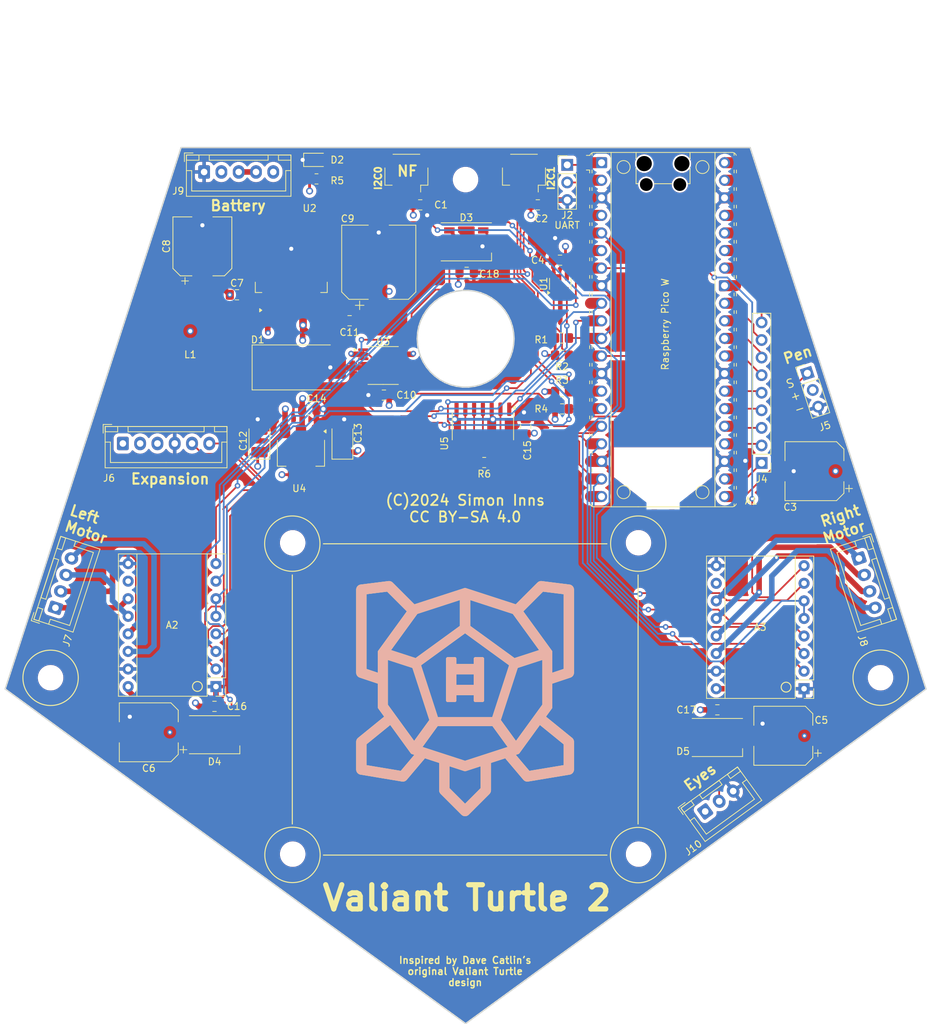
<source format=kicad_pcb>
(kicad_pcb (version 20240108) (generator "pcbnew") (generator_version "8.0")
  (layers (0 "F.Cu" signal) (1 "In1.Cu" power "PWR.Cu") (2 "In2.Cu" power "GND.Cu") (31 "B.Cu" signal) (34 "B.Paste" user) (35 "F.Paste" user) (36 "B.SilkS" user "B.Silkscreen") (37 "F.SilkS" user "F.Silkscreen") (38 "B.Mask" user) (39 "F.Mask" user) (44 "Edge.Cuts" user))
  (net 0 "")
  (net 1 "GND")
  (net 2 "/NEMA 17 Stepper Drivers/Enable")
  (net 3 "/NEMA 17 Stepper Drivers/LM_Step")
  (net 4 "/NEMA 17 Stepper Drivers/LM_Dir")
  (net 5 "Net-(A1-GPIO27_ADC1)")
  (net 6 "/NEMA 17 Stepper Drivers/M2")
  (net 8 "Net-(A1-GPIO22)")
  (net 9 "/NEMA 17 Stepper Drivers/RM_Step")
  (net 10 "/NEMA 17 Stepper Drivers/RM_Dir")
  (net 12 "Net-(A2-A2)")
  (net 13 "Net-(A2-A1)")
  (net 14 "Net-(A2-B1)")
  (net 15 "Net-(A2-B2)")
  (net 16 "+3V3")
  (net 17 "+5V")
  (net 18 "Net-(D1-K)")
  (net 19 "Net-(D2-A)")
  (net 20 "SCL1")
  (net 21 "SDA1")
  (net 22 "SCL0")
  (net 23 "SDA0")
  (net 24 "PWM_Servo")
  (net 25 "Net-(A1-GPIO18)")
  (net 26 "Net-(A1-GPIO19)")
  (net 29 "/NEMA 17 Stepper Drivers/M0")
  (net 30 "Net-(A1-GPIO21)")
  (net 32 "LED_Din")
  (net 33 "Net-(A1-GPIO20)")
  (net 34 "Net-(A1-GPIO17)")
  (net 36 "Net-(A1-GPIO1)")
  (net 37 "Net-(A1-GPIO26_ADC0)")
  (net 39 "Net-(A1-GPIO28_ADC2)")
  (net 41 "Net-(A1-GPIO0)")
  (net 43 "/NEMA 17 Stepper Drivers/M1")
  (net 45 "+BATT")
  (net 46 "Net-(A3-A2)")
  (net 47 "Net-(A3-B1)")
  (net 48 "Net-(A3-B2)")
  (net 50 "Net-(A3-A1)")
  (net 51 "Net-(D3-DIN)")
  (net 52 "Net-(D3-DOUT)")
  (net 53 "Net-(D4-DOUT)")
  (net 54 "Net-(D5-DOUT)")
  (net 55 "Net-(J9-Pin_3)")
  (net 56 "Net-(J9-Pin_5)")
  (net 58 "Net-(R6-Pad1)")
  (net 59 "Net-(U5-Pad6)")
  (net 60 "Net-(U5-Pad11)")
  (net 61 "Net-(U5-Pad10)")
  (net 62 "Net-(U5-Pad13)")
  (footprint "Resistor_SMD:R_0805_2012Metric_Pad1.20x1.40mm_HandSolder" (layer "F.Cu") (at 139 75.75)
    (property "Reference" "R1")
    (property "Value" "10K")
  )
  (footprint "LED_SMD:LED_WS2812B_PLCC4_5.0x5.0mm_P3.2mm" (layer "F.Cu") (at 161.4625 133.5)
    (property "Reference" "D5")
    (property "Value" "WS2812B")
  )
  (footprint "MountingHole:MountingHole_3.2mm_M3" (layer "F.Cu") (at 100.06 105.36)
    (property "Reference" "H4" (hide yes))
    (property "Value" "Aux_MountingHole")
  )
  (footprint "Bourns_Inductor:Inductor_SDR1307" (layer "F.Cu") (at 85.25 78.25 180)
    (property "Reference" "L1")
    (property "Value" "100uH 3A")
  )
  (footprint "MountingHole:MountingHole_3.2mm_M3" (layer "F.Cu") (at 150.06 105.35)
    (property "Reference" "H5" (hide yes))
    (property "Value" "Aux_MountingHole")
  )
  (footprint "Connector_JST:JST_XH_B3B-XH-A_1x03_P2.50mm_Vertical" (layer "F.Cu") (at 159.704915 144.188926 36)
    (property "Reference" "J10")
    (property "Value" "Eyes")
  )
  (footprint "Connector_PinHeader_2.54mm:PinHeader_1x09_P2.54mm_Vertical" (layer "F.Cu") (at 167.86 93.82 180)
    (property "Reference" "J4")
    (property "Value" "Exp. Header")
  )
  (footprint "Capacitor_SMD:C_0805_2012Metric_Pad1.18x1.45mm_HandSolder" (layer "F.Cu") (at 118.5 56.5)
    (property "Reference" "C1")
    (property "Value" "100nF")
  )
  (footprint "Module:Pololu_Breakout-16_15.2x20.3mm" (layer "F.Cu") (at 174 126.45 180)
    (property "Reference" "A3")
    (property "Value" "DRV8825_Breakout")
  )
  (footprint "Resistor_SMD:R_0805_2012Metric_Pad1.20x1.40mm_HandSolder" (layer "F.Cu") (at 139 83.5)
    (property "Reference" "R3")
    (property "Value" "10K")
  )
  (footprint "MountingHole:MountingHole_3.2mm_M3" (layer "F.Cu") (at 185.06 124.86)
    (property "Reference" "H2" (hide yes))
    (property "Value" "Body_MountingHole")
  )
  (footprint "Capacitor_Tantalum_SMD:CP_EIA-3528-21_Kemet-B_Pad1.50x2.35mm_HandSolder" (layer "F.Cu") (at 95.25 90.625 90)
    (property "Reference" "C12")
    (property "Value" "10uF Tant")
  )
  (footprint "Connector_JST:JST_SH_SM04B-SRSS-TB_1x04-1MP_P1.00mm_Horizontal" (layer "F.Cu") (at 116.5 51.875 180)
    (property "Reference" "J1" (hide yes))
    (property "Value" "Qwiic0 (NF)")
  )
  (footprint "Capacitor_SMD:C_0805_2012Metric_Pad1.18x1.45mm_HandSolder" (layer "F.Cu") (at 92 69.5)
    (property "Reference" "C7")
    (property "Value" "100nF")
  )
  (footprint "Capacitor_SMD:CP_Elec_10x10.5" (layer "F.Cu") (at 112.5 64.8 90)
    (property "Reference" "C9")
    (property "Value" "1000uF")
  )
  (footprint "Module:Pololu_Breakout-16_15.2x20.3mm" (layer "F.Cu") (at 88.9625 126.14 180)
    (property "Reference" "A2")
    (property "Value" "DRV8825_Breakout")
  )
  (footprint "Capacitor_SMD:C_0805_2012Metric_Pad1.18x1.45mm_HandSolder" (layer "F.Cu") (at 102.4625 86.125)
    (property "Reference" "C14")
    (property "Value" "100nF")
  )
  (footprint "Package_TO_SOT_SMD:TO-263-5_TabPin3" (layer "F.Cu") (at 99.85 64.35 90)
    (property "Reference" "U2")
    (property "Value" "LM2576S-5")
  )
  (footprint "LED_SMD:LED_WS2812B_PLCC4_5.0x5.0mm_P3.2mm" (layer "F.Cu") (at 125.1625 61.85)
    (property "Reference" "D3")
    (property "Value" "WS2812B")
  )
  (footprint "Resistor_SMD:R_0805_2012Metric_Pad1.20x1.40mm_HandSolder" (layer "F.Cu") (at 127.75 93.75 180)
    (property "Reference" "R6")
    (property "Value" "560R")
  )
  (footprint "Capacitor_SMD:CP_Elec_8x6.2" (layer "F.Cu") (at 171 133.25 180)
    (property "Reference" "C5")
    (property "Value" "100uF")
  )
  (footprint "Package_TO_SOT_SMD:SOT-223-3_TabPin2" (layer "F.Cu") (at 101.25 92.375 -90)
    (property "Reference" "U4")
    (property "Value" "LM1117MP-3.3")
  )
  (footprint "Resistor_SMD:R_0805_2012Metric_Pad1.20x1.40mm_HandSolder" (layer "F.Cu") (at 139 78.25 180)
    (property "Reference" "R2")
    (property "Value" "10K")
  )
  (footprint "Capacitor_SMD:CP_Elec_8x6.2" (layer "F.Cu") (at 87 62.5 90)
    (property "Reference" "C8")
    (property "Value" "100uF")
  )
  (footprint "Connector_PinHeader_2.54mm:PinHeader_1x03_P2.54mm_Vertical" (layer "F.Cu") (at 139.75 50.725)
    (property "Reference" "J2")
    (property "Value" "USART Header")
  )
  (footprint "Capacitor_SMD:CP_Elec_8x6.2" (layer "F.Cu") (at 79.25 132.75 180)
    (property "Reference" "C6")
    (property "Value" "100uF")
  )
  (footprint "Package_SO:SO-14_3.9x8.65mm_P1.27mm" (layer "F.Cu") (at 127.56 88.525 -90)
    (property "Reference" "U5")
    (property "Value" "74HC14")
  )
  (footprint "Connector_PinHeader_2.54mm:PinHeader_1x03_P2.54mm_Vertical" (layer "F.Cu") (at 174.469732 80.848582 18)
    (property "Reference" "J5")
    (property "Value" "Pen Servo Header")
  )
  (footprint "Connector_JST:JST_XH_B5B-XH-A_1x05_P2.50mm_Vertical" (layer "F.Cu") (at 87.25 51.75)
    (property "Reference" "J9")
    (property "Value" "Battery")
  )
  (footprint "Capacitor_SMD:CP_Elec_8x6.2" (layer "F.Cu") (at 175.5 95 180)
    (property "Reference" "C3")
    (property "Value" "100uF")
  )
  (footprint "MountingHole:MountingHole_3.2mm_M3" (layer "F.Cu") (at 100.06 150.36)
    (property "Reference" "H6" (hide yes))
    (property "Value" "Aux_MountingHole")
  )
  (footprint "Capacitor_SMD:C_0805_2012Metric_Pad1.18x1.45mm_HandSolder" (layer "F.Cu") (at 138.7125 64.5 180)
    (property "Reference" "C4")
    (property "Value" "100nF")
  )
  (footprint "Capacitor_SMD:C_0805_2012Metric_Pad1.18x1.45mm_HandSolder" (layer "F.Cu") (at 125.2125 66.25)
    (property "Reference" "C18")
    (property "Value" "100nF")
  )
  (footprint "Capacitor_SMD:C_0805_2012Metric_Pad1.18x1.45mm_HandSolder" (layer "F.Cu") (at 135.5 56.5)
    (property "Reference" "C2")
    (property "Value" "100nF")
  )
  (footprint "Capacitor_SMD:C_0805_2012Metric_Pad1.18x1.45mm_HandSolder" (layer "F.Cu") (at 88.75 129)
    (property "Reference" "C16")
    (property "Value" "100nF")
  )
  (footprint "Resistor_SMD:R_0805_2012Metric_Pad1.20x1.40mm_HandSolder" (layer "F.Cu") (at 139 86)
    (property "Reference" "R4")
    (property "Value" "10K")
  )
  (footprint "LED_SMD:LED_WS2812B_PLCC4_5.0x5.0mm_P3.2mm" (layer "F.Cu") (at 88.7625 133.1)
    (property "Reference" "D4")
    (property "Value" "WS2812B")
  )
  (footprint "Package_TO_SOT_SMD:SOT-23-5" (layer "F.Cu") (at 138.75 67.9175 90)
    (property "Reference" "U1")
    (property "Value" "24LC16BT-I/OT")
  )
  (footprint "MountingHole:MountingHole_3.2mm_M3" (layer "F.Cu") (at 125.05 52.85)
    (property "Reference" "H3" (hide yes))
    (property "Value" "Body_MountingHole")
  )
  (footprint "Package_SO:TSSOP-16_4.4x5mm_P0.65mm" (layer "F.Cu") (at 113.1375 79.725)
    (property "Reference" "U3")
    (property "Value" "INA260")
  )
  (footprint "Resistor_SMD:R_0805_2012Metric_Pad1.20x1.40mm_HandSolder" (layer "F.Cu") (at 103.5 52.75)
    (property "Reference" "R5")
    (property "Value" "1K")
  )
  (footprint "MountingHole:MountingHole_3.2mm_M3" (layer "F.Cu") (at 65.05 124.86)
    (property "Reference" "H1" (hide yes))
    (property "Value" "Body_MountingHole")
  )
  (footprint "Capacitor_SMD:C_0805_2012Metric_Pad1.18x1.45mm_HandSolder" (layer "F.Cu") (at 133.75 88.55 90)
    (property "Reference" "C15")
    (property "Value" "100nF")
  )
  (footprint "Connector_JST:JST_XH_B4B-XH-A_1x04_P2.50mm_Vertical" (layer "F.Cu") (at 65.75 114.75 72)
    (property "Reference" "J7")
    (property "Value" "Left Motor")
  )
  (footprint "Capacitor_SMD:C_0805_2012Metric_Pad1.18x1.45mm_HandSolder" (layer "F.Cu") (at 108.2875 73.25 180)
    (property "Reference" "C11")
    (property "Value" "100nF")
  )
  (footprint "Capacitor_SMD:C_0805_2012Metric_Pad1.18x1.45mm_HandSolder" (layer "F.Cu") (at 161.4625 129.5)
    (property "Reference" "C17")
    (property "Value" "100nF")
  )
  (footprint "MountingHole:MountingHole_3.2mm_M3" (layer "F.Cu") (at 150.07 150.36)
    (property "Reference" "H7" (hide yes))
    (property "Value" "Aux_MountingHole")
  )
  (footprint "Connector_JST:JST_XH_B6B-XH-A_1x06_P2.50mm_Vertical" (layer "F.Cu") (at 75.5 91)
    (property "Reference" "J6")
    (property "Value" "Power Expansion")
  )
  (footprint "Module_RaspberryPi_Pico:RaspberryPi_Pico_Common" (layer "F.Cu") (at 153.61 74.5375)
    (property "Reference" "A1")
    (property "Value" "RaspberryPi_Pico_W")
  )
  (footprint "Capacitor_Tantalum_SMD:CP_EIA-3528-21_Kemet-B_Pad1.50x2.35mm_HandSolder" (layer "F.Cu") (at 107.25 90.625 90)
    (property "Reference" "C13")
    (property "Value" "10uF Tant")
  )
  (footprint "Connector_JST:JST_SH_SM04B-SRSS-TB_1x04-1MP_P1.00mm_Horizontal" (layer "F.Cu") (at 133.5 51.875 180)
    (property "Reference" "J3" (hide yes))
    (property "Value" "Qwiic1")
  )
  (footprint "Connector_JST:JST_XH_B4B-XH-A_1x04_P2.50mm_Vertical" (layer "F.Cu") (at 181.932373 107.617077 -72)
    (property "Reference" "J8")
    (property "Value" "Right Motor")
  )
  (footprint "Diode_SMD:D_SMC_Handsoldering" (layer "F.Cu") (at 101.1 80)
    (property "Reference" "D1")
    (property "Value" "SS34 3A")
  )
  (footprint "Capacitor_SMD:C_0805_2012Metric_Pad1.18x1.45mm_HandSolder" (layer "F.Cu") (at 113.25 84 180)
    (property "Reference" "C10")
    (property "Value" "1uF")
  )
  (footprint "LED_SMD:LED_0805_2012Metric_Pad1.15x1.40mm_HandSolder" (layer "F.Cu") (at 103.5 50)
    (property "Reference" "D2")
    (property "Value" "Power LED")
  )
  (gr_poly (pts (xy 126.483 122.12941) (xy 126.483 123.12941) (xy 123.483 123.12941) (xy 123.483 122.12941) (xy 122.483 122.12941) (xy 122.483 128.12941) (xy 123.483 128.12941) (xy 123.483 127.12941) (xy 123.483 126.12941) (xy 123.483 124.12941) (xy 126.483 124.12941) (xy 126.483 126.12941) (xy 123.483 126.12941) (xy 123.483 127.12941) (xy 126.483 127.12941) (xy 126.483 128.12941) (xy 127.483 128.12941) (xy 127.483 122.12941)) (stroke (width 0.5)) (fill solid) (layer "B.SilkS"))
  (gr_poly (pts (xy 140.466 134) (xy 140.416 133.87941) (xy 140.3365 133.77585) (xy 136.3416 130.53) (xy 137.3467 129.14662) (xy 137.3467 125.534256) (xy 137.3467 124.482071) (xy 137.3467 121.1122) (xy 133.07998 115.239529) (xy 136.1671 112.152409) (xy 139.483 112.56691) (xy 139.483 123.769989) (xy 137.3467 124.482071) (xy 137.3467 125.534256) (xy 140.1124 124.612381) (xy 140.233 124.562424) (xy 140.3365 124.482971) (xy 140.416 124.37941) (xy 140.466 124.25882) (xy 140.483 124.12941) (xy 140.483 112.12941) (xy 140.466 112.000008) (xy 140.416 111.87941) (xy 140.3365 111.77591) (xy 140.233 111.696411) (xy 140.1124 111.646408) (xy 139.983 111.62941) (xy 135.983 111.12941) (xy 135.8536 111.146408) (xy 135.733 111.196411) (xy 135.6294 111.27591) (xy 132.3743 114.53101) (xy 124.983 112.12941) (xy 117.5917 114.53101) (xy 114.3366 111.27591) (xy 114.233 111.196411) (xy 114.1124 111.146408) (xy 113.983 111.12941) (xy 109.983 111.62941) (xy 109.8536 111.646408) (xy 109.733 111.696411) (xy 109.6295 111.77591) (xy 109.550001 111.87941) (xy 109.5 112.000008) (xy 109.483 112.12941) (xy 109.483 124.12941) (xy 109.5 124.25882) (xy 109.550001 124.37941) (xy 109.6295 124.482971) (xy 109.733 124.562424) (xy 109.8536 124.612381) (xy 112.619299 125.534256) (xy 112.619299 124.482071) (xy 110.483 123.769989) (xy 110.483 112.56691) (xy 113.798899 112.152409) (xy 116.886019 115.239529) (xy 112.619299 121.1122) (xy 112.619299 124.482071) (xy 112.619299 125.534256) (xy 112.619299 129.14662) (xy 113.624399 130.53) (xy 109.6295 133.77585) (xy 109.550001 133.87941) (xy 109.5 134) (xy 109.483 134.12941) (xy 109.483 138.12941) (xy 109.5 138.25881) (xy 109.550001 138.37941) (xy 109.6295 138.48291) (xy 109.733 138.56241) (xy 109.8536 138.61241) (xy 115.785109 139.600993) (xy 115.785109 138.59191) (xy 110.483 137.70821) (xy 110.483 134.36397) (xy 114.2099 131.33589) (xy 117.341799 135.64661) (xy 117.620569 135.737187) (xy 117.620569 134.41228) (xy 113.570299 128.837601) (xy 113.570299 121.946949) (xy 117.565531 123.24507) (xy 117.87456 124.196158) (xy 117.87456 122.29401) (xy 113.879301 120.995899) (xy 117.929579 115.421219) (xy 124.483 113.29191) (xy 124.483 117.492689) (xy 117.87456 122.29401) (xy 117.87456 124.196158) (xy 120.089739 131.01375) (xy 117.620569 134.41228) (xy 117.620569 135.737187) (xy 118.075529 135.88501) (xy 115.785109 138.59191) (xy 115.785109 139.600993) (xy 115.853609 139.61241) (xy 115.983 139.62941) (xy 116.11241 139.61241) (xy 116.233 139.56241) (xy 116.336561 139.48291) (xy 119.086559 136.23291) (xy 119.09849 136.21741) (xy 121.483 136.99221) (xy 121.483 141.12941) (xy 121.50004 141.25881) (xy 121.549999 141.37941) (xy 121.62945 141.48291) (xy 124.629454 144.48291) (xy 124.733 144.562411) (xy 124.853605 144.61241) (xy 124.983 144.62941) (xy 124.983 143.42231) (xy 122.483 140.92231) (xy 122.483 137.31711) (xy 124.983 138.12941) (xy 124.983 137.12941) (xy 118.429579 135.00006) (xy 120.89876 131.60153) (xy 129.06724 131.60153) (xy 129.097491 131.643166) (xy 129.097491 130.79253) (xy 120.86851 130.79253) (xy 118.325609 122.96629) (xy 124.983 118.12941) (xy 131.640391 122.96629) (xy 129.097491 130.79253) (xy 129.097491 131.643166) (xy 131.53642 135.00006) (xy 124.983 137.12941) (xy 124.983 138.12941) (xy 127.483 137.31711) (xy 127.483 140.92231) (xy 124.983 143.42231) (xy 124.983 144.62941) (xy 125.112395 144.61241) (xy 125.233 144.562411) (xy 125.336546 144.48291) (xy 128.33655 141.48291) (xy 128.416001 141.37941) (xy 128.46596 141.25881) (xy 128.483 141.12941) (xy 128.483 136.99221) (xy 130.86751 136.21741) (xy 130.87944 136.23291) (xy 133.62944 139.48291) (xy 133.733 139.56241) (xy 133.85359 139.61241) (xy 133.983 139.62941) (xy 134.11239 139.61241) (xy 134.18089 139.600993) (xy 134.18089 138.59191) (xy 131.890471 135.88501) (xy 132.345431 135.737187) (xy 132.345431 134.41228) (xy 129.87626 131.01375) (xy 132.09144 124.19616) (xy 132.09144 122.29401) (xy 125.483 117.492689) (xy 125.483 113.29191) (xy 132.03642 115.421219) (xy 136.0867 120.995899) (xy 132.09144 122.29401) (xy 132.09144 124.19616) (xy 132.40047 123.24507) (xy 136.3957 121.946949) (xy 136.3957 128.837601) (xy 132.345431 134.41228) (xy 132.345431 135.737187) (xy 132.6242 135.64661) (xy 135.7561 131.33589) (xy 139.483 134.36397) (xy 139.483 137.70821) (xy 134.18089 138.59191) (xy 134.18089 139.600993) (xy 140.1124 138.61241) (xy 140.233 138.56241) (xy 140.3365 138.48291) (xy 140.416 138.37941) (xy 140.466 138.25881) (xy 140.483 138.12941) (xy 140.483 134.12941)) (stroke (width 0.5)) (fill solid) (layer "B.SilkS"))
  (gr_circle (center 86.28 126.120281) (end 86.69 126.700281) (stroke (width 0.15)) (fill none) (layer "F.SilkS"))
  (gr_circle (center 150.025 105.475) (end 154.025 105.475) (stroke (width 0.15)) (fill none) (layer "F.SilkS"))
  (gr_circle (center 171.4 126.22) (end 171.81 126.8) (stroke (width 0.15)) (fill none) (layer "F.SilkS"))
  (gr_poly (pts (xy 109.5 134) (xy 109.55 133.87941) (xy 109.6295 133.77585) (xy 113.6244 130.53) (xy 112.6193 129.14662) (xy 112.6193 125.534256) (xy 112.6193 124.482071) (xy 112.6193 121.1122) (xy 116.88602 115.239529) (xy 113.7989 112.152409) (xy 110.483 112.56691) (xy 110.483 123.769989) (xy 112.6193 124.482071) (xy 112.6193 125.534256) (xy 109.8536 124.612381) (xy 109.733 124.562424) (xy 109.6295 124.482971) (xy 109.55 124.37941) (xy 109.5 124.25882) (xy 109.483 124.12941) (xy 109.483 112.12941) (xy 109.5 112.000008) (xy 109.55 111.87941) (xy 109.6295 111.77591) (xy 109.733 111.696411) (xy 109.8536 111.646408) (xy 109.983 111.62941) (xy 113.983 111.12941) (xy 114.1124 111.146408) (xy 114.233 111.196411) (xy 114.3366 111.27591) (xy 117.5917 114.53101) (xy 124.983 112.12941) (xy 132.3743 114.53101) (xy 135.6294 111.27591) (xy 135.733 111.196411) (xy 135.8536 111.146408) (xy 135.983 111.12941) (xy 139.983 111.62941) (xy 140.1124 111.646408) (xy 140.233 111.696411) (xy 140.3365 111.77591) (xy 140.415999 111.87941) (xy 140.466 112.000008) (xy 140.483 112.12941) (xy 140.483 124.12941) (xy 140.466 124.25882) (xy 140.415999 124.37941) (xy 140.3365 124.482971) (xy 140.233 124.562424) (xy 140.1124 124.612381) (xy 137.346701 125.534256) (xy 137.346701 124.482071) (xy 139.483 123.769989) (xy 139.483 112.56691) (xy 136.167101 112.152409) (xy 133.079981 115.239529) (xy 137.346701 121.1122) (xy 137.346701 124.482071) (xy 137.346701 125.534256) (xy 137.346701 129.14662) (xy 136.341601 130.53) (xy 140.3365 133.77585) (xy 140.415999 133.87941) (xy 140.466 134) (xy 140.483 134.12941) (xy 140.483 138.12941) (xy 140.466 138.25881) (xy 140.415999 138.37941) (xy 140.3365 138.48291) (xy 140.233 138.56241) (xy 140.1124 138.61241) (xy 134.180891 139.600993) (xy 134.180891 138.59191) (xy 139.483 137.70821) (xy 139.483 134.36397) (xy 135.7561 131.33589) (xy 132.624201 135.64661) (xy 132.345431 135.737187) (xy 132.345431 134.41228) (xy 136.395701 128.837601) (xy 136.395701 121.946949) (xy 132.400469 123.24507) (xy 132.09144 124.196158) (xy 132.09144 122.29401) (xy 136.086699 120.995899) (xy 132.036421 115.421219) (xy 125.483 113.29191) (xy 125.483 117.492689) (xy 132.09144 122.29401) (xy 132.09144 124.196158) (xy 129.876261 131.01375) (xy 132.345431 134.41228) (xy 132.345431 135.737187) (xy 131.890471 135.88501) (xy 134.180891 138.59191) (xy 134.180891 139.600993) (xy 134.112391 139.61241) (xy 133.983 139.62941) (xy 133.85359 139.61241) (xy 133.733 139.56241) (xy 133.629439 139.48291) (xy 130.879441 136.23291) (xy 130.86751 136.21741) (xy 128.483 136.99221) (xy 128.483 141.12941) (xy 128.46596 141.25881) (xy 128.416001 141.37941) (xy 128.33655 141.48291) (xy 125.336546 144.48291) (xy 125.233 144.562411) (xy 125.112395 144.61241) (xy 124.983 144.62941) (xy 124.983 143.42231) (xy 127.483 140.92231) (xy 127.483 137.31711) (xy 124.983 138.12941) (xy 124.983 137.12941) (xy 131.536421 135.00006) (xy 129.06724 131.60153) (xy 120.89876 131.60153) (xy 120.868509 131.643166) (xy 120.868509 130.79253) (xy 129.09749 130.79253) (xy 131.640391 122.96629) (xy 124.983 118.12941) (xy 118.325609 122.96629) (xy 120.868509 130.79253) (xy 120.868509 131.643166) (xy 118.42958 135.00006) (xy 124.983 137.12941) (xy 124.983 138.12941) (xy 122.483 137.31711) (xy 122.483 140.92231) (xy 124.983 143.42231) (xy 124.983 144.62941) (xy 124.853605 144.61241) (xy 124.733 144.562411) (xy 124.629454 144.48291) (xy 121.62945 141.48291) (xy 121.549999 141.37941) (xy 121.50004 141.25881) (xy 121.483 141.12941) (xy 121.483 136.99221) (xy 119.09849 136.21741) (xy 119.08656 136.23291) (xy 116.33656 139.48291) (xy 116.233 139.56241) (xy 116.11241 139.61241) (xy 115.983 139.62941) (xy 115.85361 139.61241) (xy 115.78511 139.600993) (xy 115.78511 138.59191) (xy 118.075529 135.88501) (xy 117.620569 135.737187) (xy 117.620569 134.41228) (xy 120.08974 131.01375) (xy 117.87456 124.19616) (xy 117.87456 122.29401) (xy 124.483 117.492689) (xy 124.483 113.29191) (xy 117.92958 115.421219) (xy 113.8793 120.995899) (xy 117.87456 122.29401) (xy 117.87456 124.19616) (xy 117.56553 123.24507) (xy 113.5703 121.946949) (xy 113.5703 128.837601) (xy 117.620569 134.41228) (xy 117.620569 135.737187) (xy 117.3418 135.64661) (xy 114.2099 131.33589) (xy 110.483 134.36397) (xy 110.483 137.70821) (xy 115.78511 138.59191) (xy 115.78511 139.600993) (xy 109.8536 138.61241) (xy 109.733 138.56241) (xy 109.6295 138.48291) (xy 109.55 138.37941) (xy 109.5 138.25881) (xy 109.483 138.12941) (xy 109.483 134.12941)) (stroke (width 0.5)) (fill solid) (layer "F.SilkS"))
  (gr_circle (center 100.025 150.475) (end 104.025 150.475) (stroke (width 0.15)) (fill none) (layer "F.SilkS"))
  (gr_circle (center 150 150.5) (end 154 150.5) (stroke (width 0.15)) (fill none) (layer "F.SilkS"))
  (gr_line (start 150 146) (end 150 110) (stroke (width 0.15)) (layer "F.SilkS"))
  (gr_line (start 100 110) (end 100 146) (stroke (width 0.15)) (layer "F.SilkS"))
  (gr_poly (pts (xy 123.483 122.12941) (xy 123.483 123.12941) (xy 126.483 123.12941) (xy 126.483 122.12941) (xy 127.483 122.12941) (xy 127.483 128.12941) (xy 126.483 128.12941) (xy 126.483 127.12941) (xy 126.483 126.12941) (xy 126.483 124.12941) (xy 123.483 124.12941) (xy 123.483 126.12941) (xy 126.483 126.12941) (xy 126.483 127.12941) (xy 123.483 127.12941) (xy 123.483 128.12941) (xy 122.483 128.12941) (xy 122.483 122.12941)) (stroke (width 0.5)) (fill solid) (layer "F.SilkS"))
  (gr_circle (center 100 105.475) (end 104 105.475) (stroke (width 0.15)) (fill none) (layer "F.SilkS"))
  (gr_circle (center 65.05 124.875) (end 69.05 124.875) (stroke (width 0.15)) (fill none) (layer "F.SilkS"))
  (gr_line (start 104.5 150.5) (end 145.5 150.5) (stroke (width 0.15)) (layer "F.SilkS"))
  (gr_circle (center 185.075 124.85) (end 189.075 124.85) (stroke (width 0.15)) (fill none) (layer "F.SilkS"))
  (gr_line (start 145.5 105.5) (end 104.5 105.5) (stroke (width 0.15)) (layer "F.SilkS"))
  (gr_line (start 118.28072 74.1149) (end 118.55238 73.2788) (stroke (width 0.2)) (layer "Edge.Cuts"))
  (gr_line (start 131.84088 74.1149) (end 132.00559 74.9784) (stroke (width 0.2)) (layer "Edge.Cuts"))
  (gr_line (start 118.92666 72.4834) (end 119.39768 71.7412) (stroke (width 0.2)) (layer "Edge.Cuts"))
  (gr_line (start 128.81158 69.9454) (end 129.52276 70.4621) (stroke (width 0.2)) (layer "Edge.Cuts"))
  (gr_line (start 118.55238 73.2788) (end 118.92666 72.4834) (stroke (width 0.2)) (layer "Edge.Cuts"))
  (gr_line (start 83.9158 48.2245) (end 58.4868 126.4869) (stroke (width 0.2)) (layer "Edge.Cuts"))
  (gr_line (start 119.95803 71.0639) (end 120.59884 70.4621) (stroke (width 0.2)) (layer "Edge.Cuts"))
  (gr_line (start 128.81158 81.766) (end 128.04125 82.1895) (stroke (width 0.2)) (layer "Edge.Cuts"))
  (gr_line (start 118.28072 77.5965) (end 118.11601 76.733) (stroke (width 0.2)) (layer "Edge.Cuts"))
  (gr_line (start 131.19494 72.4834) (end 131.56922 73.2788) (stroke (width 0.2)) (layer "Edge.Cuts"))
  (gr_line (start 123.74914 68.9797) (end 124.621271 68.8695) (stroke (width 0.2)) (layer "Edge.Cuts"))
  (gr_line (start 166.2058 48.2245) (end 83.9158 48.2245) (stroke (width 0.2)) (layer "Edge.Cuts"))
  (gr_line (start 129.52276 81.2493) (end 128.81158 81.766) (stroke (width 0.2)) (layer "Edge.Cuts"))
  (gr_line (start 191.6348 126.4869) (end 166.2058 48.2245) (stroke (width 0.2)) (layer "Edge.Cuts"))
  (gr_line (start 132.00559 76.733) (end 131.84088 77.5965) (stroke (width 0.2)) (layer "Edge.Cuts"))
  (gr_line (start 127.22392 69.1983) (end 128.04125 69.5219) (stroke (width 0.2)) (layer "Edge.Cuts"))
  (gr_line (start 128.04125 82.1895) (end 127.22392 82.5131) (stroke (width 0.2)) (layer "Edge.Cuts"))
  (gr_line (start 131.84088 77.5965) (end 131.56922 78.4326) (stroke (width 0.2)) (layer "Edge.Cuts"))
  (gr_line (start 132.00559 74.9784) (end 132.0608 75.8557) (stroke (width 0.2)) (layer "Edge.Cuts"))
  (gr_line (start 126.37246 82.7317) (end 125.500329 82.8419) (stroke (width 0.2)) (layer "Edge.Cuts"))
  (gr_line (start 127.22392 82.5131) (end 126.37246 82.7317) (stroke (width 0.2)) (layer "Edge.Cuts"))
  (gr_line (start 118.11601 74.9784) (end 118.28072 74.1149) (stroke (width 0.2)) (layer "Edge.Cuts"))
  (gr_line (start 124.621271 68.8695) (end 125.500329 68.8695) (stroke (width 0.2)) (layer "Edge.Cuts"))
  (gr_line (start 126.37246 68.9797) (end 127.22392 69.1983) (stroke (width 0.2)) (layer "Edge.Cuts"))
  (gr_line (start 58.4868 126.4869) (end 125.0608 174.8557) (stroke (width 0.2)) (layer "Edge.Cuts"))
  (gr_line (start 118.92666 79.228) (end 118.55238 78.4326) (stroke (width 0.2)) (layer "Edge.Cuts"))
  (gr_line (start 130.16357 80.6475) (end 129.52276 81.2493) (stroke (width 0.2)) (layer "Edge.Cuts"))
  (gr_line (start 119.95803 80.6475) (end 119.39768 79.9702) (stroke (width 0.2)) (layer "Edge.Cuts"))
  (gr_line (start 121.31002 69.9454) (end 122.08035 69.5219) (stroke (width 0.2)) (layer "Edge.Cuts"))
  (gr_line (start 123.74914 82.7317) (end 122.89768 82.5131) (stroke (width 0.2)) (layer "Edge.Cuts"))
  (gr_line (start 122.89768 82.5131) (end 122.08035 82.1895) (stroke (width 0.2)) (layer "Edge.Cuts"))
  (gr_line (start 120.59884 70.4621) (end 121.31002 69.9454) (stroke (width 0.2)) (layer "Edge.Cuts"))
  (gr_line (start 129.52276 70.4621) (end 130.16357 71.0639) (stroke (width 0.2)) (layer "Edge.Cuts"))
  (gr_line (start 125.500329 82.8419) (end 124.621271 82.8419) (stroke (width 0.2)) (layer "Edge.Cuts"))
  (gr_line (start 118.11601 76.733) (end 118.0608 75.8557) (stroke (width 0.2)) (layer "Edge.Cuts"))
  (gr_line (start 122.08035 82.1895) (end 121.31002 81.766) (stroke (width 0.2)) (layer "Edge.Cuts"))
  (gr_line (start 118.55238 78.4326) (end 118.28072 77.5965) (stroke (width 0.2)) (layer "Edge.Cuts"))
  (gr_line (start 132.0608 75.8557) (end 132.00559 76.733) (stroke (width 0.2)) (layer "Edge.Cuts"))
  (gr_line (start 124.621271 82.8419) (end 123.74914 82.7317) (stroke (width 0.2)) (layer "Edge.Cuts"))
  (gr_line (start 130.72392 79.9702) (end 130.16357 80.6475) (stroke (width 0.2)) (layer "Edge.Cuts"))
  (gr_line (start 128.04125 69.5219) (end 128.81158 69.9454) (stroke (width 0.2)) (layer "Edge.Cuts"))
  (gr_line (start 125.500329 68.8695) (end 126.37246 68.9797) (stroke (width 0.2)) (layer "Edge.Cuts"))
  (gr_line (start 131.56922 73.2788) (end 131.84088 74.1149) (stroke (width 0.2)) (layer "Edge.Cuts"))
  (gr_line (start 125.0608 174.8557) (end 191.6348 126.4869) (stroke (width 0.2)) (layer "Edge.Cuts"))
  (gr_line (start 120.59884 81.2493) (end 119.95803 80.6475) (stroke (width 0.2)) (layer "Edge.Cuts"))
  (gr_line (start 131.19494 79.228) (end 130.72392 79.9702) (stroke (width 0.2)) (layer "Edge.Cuts"))
  (gr_line (start 119.39768 79.9702) (end 118.92666 79.228) (stroke (width 0.2)) (layer "Edge.Cuts"))
  (gr_line (start 130.72392 71.7412) (end 131.19494 72.4834) (stroke (width 0.2)) (layer "Edge.Cuts"))
  (gr_line (start 131.56922 78.4326) (end 131.19494 79.228) (stroke (width 0.2)) (layer "Edge.Cuts"))
  (gr_line (start 130.16357 71.0639) (end 130.72392 71.7412) (stroke (width 0.2)) (layer "Edge.Cuts"))
  (gr_line (start 122.89768 69.1983) (end 123.74914 68.9797) (stroke (width 0.2)) (layer "Edge.Cuts"))
  (gr_line (start 118.0608 75.8557) (end 118.11601 74.9784) (stroke (width 0.2)) (layer "Edge.Cuts"))
  (gr_line (start 119.39768 71.7412) (end 119.95803 71.0639) (stroke (width 0.2)) (layer "Edge.Cuts"))
  (gr_line (start 121.31002 81.766) (end 120.59884 81.2493) (stroke (width 0.2)) (layer "Edge.Cuts"))
  (gr_line (start 122.08035 69.5219) (end 122.89768 69.1983) (stroke (width 0.2)) (layer "Edge.Cuts"))
  (gr_text "NF" (at 115 52.5 0) (layer "F.SilkS") (effects (font (size 1.5 1.5) (thickness 0.3) (bold yes)) (justify left bottom)))
  (gr_text "I2C1" (at 138 54.5 90) (layer "F.SilkS") (effects (font (size 1 1) (thickness 0.25) (bold yes)) (justify left bottom)))
  (gr_text "Battery" (at 88 57.5 0) (layer "F.SilkS") (effects (font (size 1.5 1.5) (thickness 0.3) (bold yes)) (justify left bottom)))
  (gr_text "Eyes" (at 157.31 141.56 36) (layer "F.SilkS") (effects (font (size 1.5 1.5) (thickness 0.3) (bold yes)) (justify left bottom)))
  (gr_text "Inspired by Dave Catlin's\noriginal Valiant Turtle\ndesign" (at 125 169.5 0) (layer "F.SilkS") (effects (font (size 1 1) (thickness 0.2) (bold yes)) (justify bottom)))
  (gr_text "Left\nMotor" (at 66.76 103.65 342) (layer "F.SilkS") (effects (font (size 1.5 1.5) (thickness 0.3) (bold yes)) (justify left bottom)))
  (gr_text "S\n+\n-" (at 172.77 86.88 18) (layer "F.SilkS") (effects (font (size 1.2 1.2)) (justify left bottom)))
  (gr_text "UART" (at 137.81 60.03 0) (layer "F.SilkS") (effects (font (size 1 1)) (justify left bottom)))
  (gr_text "Expansion" (at 76.5 97 0) (layer "F.SilkS") (effects (font (size 1.5 1.5) (thickness 0.3) (bold yes)) (justify left bottom)))
  (gr_text "I2C0" (at 113 54.5 90) (layer "F.SilkS") (effects (font (size 1 1) (thickness 0.25) (bold yes)) (justify left bottom)))
  (gr_text "Pen" (at 171.2 79.72 18) (layer "F.SilkS") (effects (font (size 1.5 1.5) (thickness 0.3) (bold yes)) (justify left bottom)))
  (gr_text "Valiant Turtle 2" (at 104 158.75 0) (layer "F.SilkS") (effects (font (size 3.5 3.5) (thickness 0.75) (bold yes)) (justify left bottom)))
  (gr_text "(C)2024 Simon Inns\nCC BY-SA 4.0" (at 125 102.5 0) (layer "F.SilkS") (effects (font (size 1.5 1.5) (thickness 0.25) (bold yes)) (justify bottom)))
  (gr_text "Right\nMotor" (at 183.19 103.64 18) (layer "F.SilkS") (effects (font (size 1.5 1.5) (thickness 0.3) (bold yes)) (justify right bottom)))
  (gr_text "Raspberry Pico W" (at 154.5 80.5 90) (layer "F.SilkS") (effects (font (size 1 1)) (justify left bottom)))
  (segment (start 104.375 86.125) (end 104.5 86) (width 0.4) (layer "F.Cu") (net 1))
  (segment (start 107.25 89) (end 103.775 89) (width 0.8) (layer "F.Cu") (net 1))
  (segment (start 128.83 86.05) (end 128.83 87.33) (width 0.4) (layer "F.Cu") (net 1))
  (segment (start 138.75 67.73) (end 137.8 66.78) (width 0.2) (layer "F.Cu") (net 1))
  (segment (start 87.25 59.2) (end 87 59.45) (width 0.4) (layer "F.Cu") (net 1))
  (segment (start 93.0375 69.5) (end 93.0375 69.3125) (width 0.8) (layer "F.Cu") (net 1))
  (segment (start 111.662498 80.7) (end 111.481249 80.518751) (width 0.2) (layer "F.Cu") (net 1))
  (segment (start 112.5 60.6) (end 112.5 60.5) (width 0.4) (layer "F.Cu") (net 1))
  (segment (start 103.5 86.125) (end 104.375 86.125) (width 0.4) (layer "F.Cu") (net 1))
  (segment (start 95.25 89) (end 95.25 87.75) (width 0.4) (layer "F.Cu") (net 1))
  (segment (start 133.75 87.5125) (end 133.75 86.75) (width 0.4) (layer "F.Cu") (net 1))
  (segment (start 137.8 66.78) (end 137.8 64.625) (width 0.4) (layer "F.Cu") (net 1))
  (segment (start 103.5 89.175) (end 103.55 89.225) (width 0.8) (layer "F.Cu") (net 1))
  (segment (start 163.9 129.2) (end 167.95 133.25) (width 0.4) (layer "F.Cu") (net 1))
  (segment (start 119.5375 57.9625) (end 119.5 58) (width 0.4) (layer "F.Cu") (net 1))
  (segment (start 133.5375 87.725) (end 133.75 87.5125) (width 0.4) (layer "F.Cu") (net 1))
  (segment (start 167.95 133.25) (end 167.95 131.55) (width 0.4) (layer "F.Cu") (net 1))
  (segment (start 137.2325 55.805) (end 136.5375 56.5) (width 0.8) (layer "F.Cu") (net 1))
  (segment (start 99.85 72) (end 99.85 62.85) (width 0.8) (layer "F.Cu") (net 1))
  (segment (start 105.55 80.05) (end 105.5 80) (width 0.8) (layer "F.Cu") (net 1))
  (segment (start 128.83 87.33) (end 129 87.5) (width 0.4) (layer "F.Cu") (net 1))
  (segment (start 137.675 64.5) (end 137.675 61.625) (width 0.4) (layer "F.Cu") (net 1))
  (segment (start 165.4125 93.5875) (end 165.5 93.5) (width 0.4) (layer "F.Cu") (net 1))
  (segment (start 110.275 80.05) (end 110.275 79.4) (width 0.2) (layer "F.Cu") (net 1))
  (segment (start 127.6125 64.8875) (end 126.25 66.25) (width 0.4) (layer "F.Cu") (net 1))
  (segment (start 112.2125 84) (end 111 84) (width 0.4) (layer "F.Cu") (net 1))
  (segment (start 97.425 60.425) (end 99.85 62.85) (width 0.4) (layer "F.Cu") (net 1))
  (segment (start 111.012499 80.05) (end 110.275 80.05) (width 0.2) (layer "F.Cu") (net 1))
  (segment (start 118 53.875) (end 119.5375 55.4125) (width 0.4) (layer "F.Cu") (net 1))
  (segment (start 93.0375 69.3125) (end 97.075 65.275) (width 0.8) (layer "F.Cu") (net 1))
  (segment (start 137.8 64.625) (end 137.675 64.5) (width 0.4) (layer "F.Cu") (net 1))
  (segment (start 76.2 130.8) (end 76.5 130.5) (width 0.4) (layer "F.Cu") (net 1))
  (segment (start 119.5375 56.5) (end 119.5375 57.9625) (width 0.4) (layer "F.Cu") (net 1))
  (segment (start 76.2 132.75) (end 76.2 130.8) (width 0.4) (layer "F.Cu") (net 1))
  (segment (start 103.5 86.125) (end 103.5 89.175) (width 0.8) (layer "F.Cu") (net 1))
  (segment (start 123.75 86.05) (end 123.75 87.25) (width 0.4) (layer "F.Cu") (net 1))
  (segment (start 136.5375 56.5) (end 136.5375 55.4125) (width 0.4) (layer "F.Cu") (net 1))
  (segment (start 138.75 69.055) (end 138.75 67.73) (width 0.2) (layer "F.Cu") (net 1))
  (segment (start 140.0675 55.4875) (end 139.75 55.805) (width 0.4) (layer "F.Cu") (net 1))
  (segment (start 107.5 88.75) (end 107.25 89) (width 0.4) (layer "F.Cu") (net 1))
  (segment (start 110.275 80.05) (end 105.55 80.05) (width 0.8) (layer "F.Cu") (net 1))
  (segment (start 119.5375 55.4125) (end 119.5375 56.5) (width 0.4) (layer "F.Cu") (net 1))
  (segment (start 103.25 66.25) (end 99.85 62.85) (width 0.8) (layer "F.Cu") (net 1))
  (segment (start 103.25 72) (end 103.25 66.25) (width 0.8) (layer "F.Cu") (net 1))
  (segment (start 91.2125 134.75) (end 89.7625 133.3) (width 0.4) (layer "F.Cu") (net 1))
  (segment (start 112.2125 81.250001) (end 111.481249 80.518751) (width 0.2) (layer "F.Cu") (net 1))
  (segment (start 88.9625 126.14) (end 88.9625 128.175) (width 0.8) (layer "F.Cu") (net 1))
  (segment (start 107.5 87.5) (end 107.5 88.75) (width 0.4) (layer "F.Cu") (net 1))
  (segment (start 166.05 135.15) (end 167.95 133.25) (width 0.4) (layer "F.Cu") (net 1))
  (segment (start 110.275 80.05) (end 110.275 80.7) (width 0.2) (layer "F.Cu") (net 1))
  (segment (start 111.481249 80.518751) (end 111.012499 80.05) (width 0.2) (layer "F.Cu") (net 1))
  (segment (start 172.45 95) (end 172.5 95) (width 0.4) (layer "F.Cu") (net 1))
  (segment (start 167.95 131.55) (end 168 131.5) (width 0.4) (layer "F.Cu") (net 1))
  (segment (start 116 80.7) (end 111.662498 80.7) (width 0.2) (layer "F.Cu") (net 1))
  (segment (start 95.25 87.75) (end 95 87.5) (width 0.4) (layer "F.Cu") (net 1))
  (segment (start 137.675 61.625) (end 138 61.3) (width 0.4) (layer "F.Cu") (net 1))
  (segment (start 97.075 60.425) (end 97.425 60.425) (width 0.4) (layer "F.Cu") (net 1))
  (segment (start 102.475 50) (end 101.5 50) (width 0.4) (layer "F.Cu") (net 1))
  (segment (start 127.6125 63.5) (end 127.6125 62.6125) (width 0.4) (layer "F.Cu") (net 1))
  (segment (start 133.75 86.75) (end 133.5 86.5) (width 0.4) (layer "F.Cu") (net 1))
  (segment (start 107.25 73.25) (end 104.5 73.25) (width 0.8) (layer "F.Cu") (net 1))
  (segment (start 162.5 93.5875) (end 165.4125 93.5875) (width 0.4) (layer "F.Cu") (net 1))
  (segment (start 89.7625 133.3) (end 89.7625 129.025) (width 0.4) (layer "F.Cu") (net 1))
  (segment (start 112.2125 84) (end 112.2125 81.250001) (width 0.2) (layer "F.Cu") (net 1))
  (segment (start 123.75 87.25) (end 123.5 87.5) (width 0.4) (layer "F.Cu") (net 1))
  (segment (start 88.9625 128.175) (end 89.7875 129) (width 0.8) (layer "F.Cu") (net 1))
  (segment (start 162.5 129.5) (end 162.8 129.2) (width 0.4) (layer "F.Cu") (net 1))
  (segment (start 163.9125 135.15) (end 166.05 135.15) (width 0.4) (layer "F.Cu") (net 1))
  (segment (start 162.8 129.2) (end 163.9 129.2) (width 0.4) (layer "F.Cu") (net 1))
  (segment (start 127.6125 62.6125) (end 127.5 62.5) (width 0.4) (layer "F.Cu") (net 1))
  (segment (start 89.7625 129.025) (end 89.7875 129) (width 0.4) (layer "F.Cu") (net 1))
  (segment (start 136.5375 55.4125) (end 135 53.875) (width 0.4) (layer "F.Cu") (net 1))
  (segment (start 139.75 55.805) (end 137.2325 55.805) (width 0.8) (layer "F.Cu") (net 1))
  (segment (start 127.6125 63.5) (end 127.6125 64.8875) (width 0.4) (layer "F.Cu") (net 1))
  (segment (start 104.5 73.25) (end 103.25 72) (width 0.8) (layer "F.Cu") (net 1))
  (segment (start 103.775 89) (end 103.55 89.225) (width 0.8) (layer "F.Cu") (net 1))
  (via (at 112.5 60.5) (size 1) (drill 0.6) (layers "F.Cu" "B.Cu") (net 1))
  (via (at 119.5 58) (size 1) (drill 0.6) (layers "F.Cu" "B.Cu") (net 1))
  (via (at 127.5 62.5) (size 1) (drill 0.6) (layers "F.Cu" "B.Cu") (net 1))
  (via (at 123.5 87.5) (size 1) (drill 0.6) (layers "F.Cu" "B.Cu") (net 1))
  (via (at 99.85 62.85) (size 1) (drill 0.6) (layers "F.Cu" "B.Cu") (net 1))
  (via (at 95 87.5) (size 1) (drill 0.6) (layers "F.Cu" "B.Cu") (net 1))
  (via (at 87 59.45) (size 1) (drill 0.6) (layers "F.Cu" "B.Cu") (net 1))
  (via (at 104.5 86) (size 1) (drill 0.6) (layers "F.Cu" "B.Cu") (net 1))
  (via (at 101.5 50) (size 1) (drill 0.6) (layers "F.Cu" "B.Cu") (net 1))
  (via (at 105.5 80) (size 1) (drill 0.6) (layers "F.Cu" "B.Cu") (net 1))
  (via (at 165.5 93.5) (size 1) (drill 0.6) (layers "F.Cu" "B.Cu") (net 1))
  (via (at 111 84) (size 1) (drill 0.6) (layers "F.Cu" "B.Cu") (net 1))
  (via (at 133.5 86.5) (size 1) (drill 0.6) (layers "F.Cu" "B.Cu") (net 1))
  (via (at 129 87.5) (size 1) (drill 0.6) (layers "F.Cu" "B.Cu") (net 1))
  (via (at 172.5 95) (size 1) (drill 0.6) (layers "F.Cu" "B.Cu") (net 1))
  (via (at 168 131.5) (size 1) (drill 0.6) (layers "F.Cu" "B.Cu") (net 1))
  (via (at 76.5 130.5) (size 1) (drill 0.6) (layers "F.Cu" "B.Cu") (net 1))
  (via (at 107.5 87.5) (size 1) (drill 0.6) (layers "F.Cu" "B.Cu") (net 1))
  (via (at 138 61.3) (size 1) (drill 0.6) (layers "F.Cu" "B.Cu") (net 1))
  (segment (start 153.363604 119.636396) (end 157.636396 119.636396) (width 0.25) (layer "B.Cu") (net 2))
  (segment (start 103.5 87) (end 104.666727 87) (width 0.25) (layer "B.Cu") (net 2))
  (segment (start 105.341727 86.325) (end 116.341728 86.325) (width 0.25) (layer "B.Cu") (net 2))
  (segment (start 138.837347 73.837347) (end 140.674695 72) (width 0.25) (layer "B.Cu") (net 2))
  (segment (start 90.5375 99.9625) (end 96 94.5) (width 0.25) (layer "B.Cu") (net 2))
  (segment (start 143.595 71.8525) (end 143.595 76.273491) (width 0.25) (layer "B.Cu") (net 2))
  (segment (start 96 94.5) (end 96 92.636396) (width 0.25) (layer "B.Cu") (net 2))
  (segment (start 147 85.5) (end 145.1175 87.3825) (width 0.25) (layer "B.Cu") (net 2))
  (segment (start 118.333364 84.333364) (end 118.666727 84) (width 0.25) (layer "B.Cu") (net 2))
  (segment (start 88.9625 113.44) (end 88.9625 115.98) (width 0.25) (layer "B.Cu") (net 2))
  (segment (start 160.5 122.5) (end 162 122.5) (width 0.25) (layer "B.Cu") (net 2))
  (segment (start 130.974695 82) (end 133.666727 82) (width 0.25) (layer "B.Cu") (net 2))
  (segment (start 167.5 117) (end 165.5 119) (width 0.25) (layer "B.Cu") (net 2))
  (segment (start 133.666727 82) (end 138.837347 76.82938) (width 0.25) (layer "B.Cu") (net 2))
  (segment (start 144.72 70.7275) (end 143.595 71.8525) (width 0.25) (layer "B.Cu") (net 2))
  (segment (start 168.21 116.29) (end 167.875 116.625) (width 0.25) (layer "B.Cu") (net 2))
  (segment (start 143.4475 72) (end 144.72 70.7275) (width 0.25) (layer "B.Cu") (net 2))
  (segment (start 142 89.636509) (end 142 108.272792) (width 0.25) (layer "B.Cu") (net 2))
  (segment (start 104.666727 87) (end 105.341727 86.325) (width 0.25) (layer "B.Cu") (net 2))
  (segment (start 88.9625 113.44) (end 90.5375 111.865) (width 0.25) (layer "B.Cu") (net 2))
  (segment (start 147 79) (end 147 85.5) (width 0.25) (layer "B.Cu") (net 2))
  (segment (start 102 88.5) (end 103.5 87) (width 0.25) (layer "B.Cu") (net 2))
  (segment (start 96 92.636396) (end 100.136396 88.5) (width 0.25) (layer "B.Cu") (net 2))
  (segment (start 138.837347 76.82938) (end 138.837347 73.837347) (width 0.25) (layer "B.Cu") (net 2))
  (segment (start 129 83.974695) (end 130.974695 82) (width 0.25) (layer "B.Cu") (net 2))
  (segment (start 167.875 116.625) (end 165.5 119) (width 0.25) (layer "B.Cu") (net 2))
  (segment (start 174 113.75) (end 174 116.29) (width 0.25) (layer "B.Cu") (net 2))
  (segment (start 142 108.272792) (end 153.363604 119.636396) (width 0.25) (layer "B.Cu") (net 2))
  (segment (start 144.544009 77.2225) (end 145.2225 77.2225) (width 0.25) (layer "B.Cu") (net 2))
  (segment (start 157.636396 119.636396) (end 160.5 122.5) (width 0.25) (layer "B.Cu") (net 2))
  (segment (start 144.25401 87.3825) (end 143.568255 88.068255) (width 0.25) (layer "B.Cu") (net 2))
  (segment (start 168.21 116.29) (end 167.5 117) (width 0.25) (layer "B.Cu") (net 2))
  (segment (start 145.1175 87.3825) (end 144.25401 87.3825) (width 0.25) (layer "B.Cu") (net 2))
  (segment (start 143.568255 88.068255) (end 142 89.636509) (width 0.25) (layer "B.Cu") (net 2))
  (segment (start 145.2225 77.2225) (end 147 79) (width 0.25) (layer "B.Cu") (net 2))
  (segment (start 116.341728 86.325) (end 118.333364 84.333364) (width 0.25) (layer "B.Cu") (net 2))
  (segment (start 129 84) (end 129 83.974695) (width 0.25) (layer "B.Cu") (net 2))
  (segment (start 90.5375 111.865) (end 90.5375 99.9625) (width 0.25) (layer "B.Cu") (net 2))
  (segment (start 143.595 76.273491) (end 144.544009 77.2225) (width 0.25) (layer "B.Cu") (net 2))
  (segment (start 100.136396 88.5) (end 102 88.5) (width 0.25) (layer "B.Cu") (net 2))
  (segment (start 167.875 116.625) (end 170.75 113.75) (width 0.25) (layer "B.Cu") (net 2))
  (segment (start 140.674695 72) (end 143.4475 72) (width 0.25) (layer "B.Cu") (net 2))
  (segment (start 170.75 113.75) (end 174 113.75) (width 0.25) (layer "B.Cu") (net 2))
  (segment (start 118.666727 84) (end 129 84) (width 0.25) (layer "B.Cu") (net 2))
  (segment (start 162 122.5) (end 165.5 119) (width 0.25) (layer "B.Cu") (net 2))
  (segment (start 133.45 60.55) (end 135.9725 58.0275) (width 0.25) (layer "F.Cu") (net 3))
  (segment (start 135.9725 58.0275) (end 144.72 58.0275) (width 0.25) (layer "F.Cu") (net 3))
  (segment (start 133.45 65.95) (end 133.45 60.55) (width 0.25) (layer "F.Cu") (net 3))
  (segment (start 134 66.5) (end 133.45 65.95) (width 0.25) (layer "F.Cu") (net 3))
  (via (at 134 66.5) (size 0.8) (drill 0.4) (layers "F.Cu" "B.Cu") (net 3))
  (segment (start 90.0875 97.048896) (end 100.136396 87) (width 0.25) (layer "B.Cu") (net 3))
  (segment (start 88.9625 110.9) (end 90.0875 109.775) (width 0.25) (layer "B.Cu") (net 3))
  (segment (start 100.136396 87) (end 101.5 87) (width 0.25) (layer "B.Cu") (net 3))
  (segment (start 90.0875 109.775) (end 90.0875 97.048896) (width 0.25) (layer "B.Cu") (net 3))
  (segment (start 101.5 87) (end 122 66.5) (width 0.25) (layer "B.Cu") (net 3))
  (segment (start 122 66.5) (end 134 66.5) (width 0.25) (layer "B.Cu") (net 3))
  (segment (start 144.72 63.1075) (end 143.58863 63.1075) (width 0.25) (layer "F.Cu") (net 4))
  (segment (start 88.9625 108.36) (end 88.9625 100.224506) (width 0.25) (layer "F.Cu") (net 4))
  (segment (start 141 65.69613) (end 141 71) (width 0.25) (layer "F.Cu") (net 4))
  (segment (start 88.9625 100.224506) (end 92.08085 97.106156) (width 0.25) (layer "F.Cu") (net 4))
  (segment (start 143.58863 63.1075) (end 141 65.69613) (width 0.25) (layer "F.Cu") (net 4))
  (via (at 141 71) (size 0.8) (drill 0.4) (layers "F.Cu" "B.Cu") (net 4))
  (via (at 92.08085 97.106156) (size 0.8) (drill 0.4) (layers "F.Cu" "B.Cu") (net 4))
  (segment (start 100 88) (end 101.136396 88) (width 0.25) (layer "B.Cu") (net 4))
  (segment (start 92.08085 95.91915) (end 100 88) (width 0.25) (layer "B.Cu") (net 4))
  (segment (start 121.961396 67.175) (end 133.675 67.175) (width 0.25) (layer "B.Cu") (net 4))
  (segment (start 133.675 67.175) (end 137.5 71) (width 0.25) (layer "B.Cu") (net 4))
  (segment (start 92.08085 97.106156) (end 92.08085 95.91915) (width 0.25) (layer "B.Cu") (net 4))
  (segment (start 101.136396 88) (end 121.961396 67.175) (width 0.25) (layer "B.Cu") (net 4))
  (segment (start 137.5 71) (end 141 71) (width 0.25) (layer "B.Cu") (net 4))
  (segment (start 166.685 73.78113) (end 166.685 74.865) (width 0.25) (layer "F.Cu") (net 5))
  (segment (start 162.5 70.7275) (end 163.63137 70.7275) (width 0.25) (layer "F.Cu") (net 5))
  (segment (start 166.685 74.865) (end 167.86 76.04) (width 0.25) (layer "F.Cu") (net 5))
  (segment (start 163.63137 70.7275) (end 166.685 73.78113) (width 0.25) (layer "F.Cu") (net 5))
  (segment (start 125.241104 96.1275) (end 131.145292 96.1275) (width 0.25) (layer "F.Cu") (net 6))
  (segment (start 141.5 94.03887) (end 143.58863 96.1275) (width 0.25) (layer "F.Cu") (net 6))
  (segment (start 93.85 98.65) (end 105.1 98.65) (width 0.25) (layer "F.Cu") (net 6))
  (segment (start 91 101.5) (end 93.85 98.65) (width 0.25) (layer "F.Cu") (net 6))
  (segment (start 120.25 89.75) (end 121 90.5) (width 0.25) (layer "F.Cu") (net 6))
  (segment (start 88.9625 118.52) (end 90.09387 118.52) (width 0.25) (layer "F.Cu") (net 6))
  (segment (start 151.487347 115.012653) (end 161.588338 115.012653) (width 0.25) (layer "F.Cu") (net 6))
  (segment (start 136.772792 90.5) (end 141.25 90.5) (width 0.25) (layer "F.Cu") (net 6))
  (segment (start 172.22 117.05) (end 163.650991 117.05) (width 0.25) (layer "F.Cu") (net 6))
  (segment (start 141.5 90.75) (end 141.5 94.03887) (width 0.25) (layer "F.Cu") (net 6))
  (segment (start 131.145292 96.1275) (end 136.772792 90.5) (width 0.25) (layer "F.Cu") (net 6))
  (segment (start 116.086396 89.75) (end 120.25 89.75) (width 0.25) (layer "F.Cu") (net 6))
  (segment (start 90.09387 118.52) (end 91 117.61387) (width 0.25) (layer "F.Cu") (net 6))
  (segment (start 163.650991 117.05) (end 161.600991 115) (width 0.25) (layer "F.Cu") (net 6))
  (segment (start 141.25 90.5) (end 141.5 90.75) (width 0.25) (layer "F.Cu") (net 6))
  (segment (start 121 91.886396) (end 125.241104 96.1275) (width 0.25) (layer "F.Cu") (net 6))
  (segment (start 161.588338 115.012653) (end 161.600991 115) (width 0.25) (layer "F.Cu") (net 6))
  (segment (start 110.086396 95.75) (end 116.086396 89.75) (width 0.25) (layer "F.Cu") (net 6))
  (segment (start 108 95.75) (end 110.086396 95.75) (width 0.25) (layer "F.Cu") (net 6))
  (segment (start 105.1 98.65) (end 108 95.75) (width 0.25) (layer "F.Cu") (net 6))
  (segment (start 91 117.61387) (end 91 101.5) (width 0.25) (layer "F.Cu") (net 6))
  (segment (start 174 118.83) (end 172.22 117.05) (width 0.25) (layer "F.Cu") (net 6))
  (segment (start 121 90.5) (end 121 91.886396) (width 0.25) (layer "F.Cu") (net 6))
  (segment (start 143.58863 96.1275) (end 144.72 96.1275) (width 0.25) (layer "F.Cu") (net 6))
  (via (at 151.487347 115.012653) (size 0.8) (drill 0.4) (layers "F.Cu" "B.Cu") (net 6))
  (segment (start 144.72 96.1275) (end 143.584969 97.262531) (width 0.25) (layer "B.Cu") (net 6))
  (segment (start 150.649049 115.012653) (end 151.487347 115.012653) (width 0.25) (layer "B.Cu") (net 6))
  (segment (start 143.584969 107.948573) (end 150.649049 115.012653) (width 0.25) (layer "B.Cu") (net 6))
  (segment (start 143.584969 97.262531) (end 143.584969 107.948573) (width 0.25) (layer "B.Cu") (net 6))
  (segment (start 162.5 78.3475) (end 165.0875 78.3475) (width 0.25) (layer "F.Cu") (net 8))
  (segment (start 165.0875 78.3475) (end 167.86 81.12) (width 0.25) (layer "F.Cu") (net 8))
  (segment (start 162.815991 113.675) (end 161.765991 112.625) (width 0.25) (layer "F.Cu") (net 9))
  (segment (start 171.535 113.675) (end 162.815991 113.675) (width 0.25) (layer "F.Cu") (net 9))
  (segment (start 161.765991 112.625) (end 150.375 112.625) (width 0.25) (layer "F.Cu") (net 9))
  (segment (start 150.375 112.625) (end 150.25 112.75) (width 0.25) (layer "F.Cu") (net 9))
  (segment (start 174 111.21) (end 171.535 113.675) (width 0.25) (layer "F.Cu") (net 9))
  (via (at 150.25 112.75) (size 0.8) (drill 0.4) (layers "F.Cu" "B.Cu") (net 9))
  (segment (start 147.5 85.636396) (end 147.5 63.3475) (width 0.25) (layer "B.Cu") (net 9))
  (segment (start 149.25 112.75) (end 144.034969 107.534969) (width 0.25) (layer "B.Cu") (net 9))
  (segment (start 145.855031 99.5) (end 145.855031 87.281365) (width 0.25) (layer "B.Cu") (net 9))
  (segment (start 145.855031 87.281365) (end 147.5 85.636396) (width 0.25) (layer "B.Cu") (net 9))
  (segment (start 147.5 63.3475) (end 144.72 60.5675) (width 0.25) (layer "B.Cu") (net 9))
  (segment (start 150.25 112.75) (end 149.25 112.75) (width 0.25) (layer "B.Cu") (net 9))
  (segment (start 144.034969 101.320062) (end 145.855031 99.5) (width 0.25) (layer "B.Cu") (net 9))
  (segment (start 144.034969 107.534969) (end 144.034969 101.320062) (width 0.25) (layer "B.Cu") (net 9))
  (segment (start 144.72 65.6475) (end 159.6475 65.6475) (width 0.25) (layer "F.Cu") (net 10))
  (segment (start 169.445 113.225) (end 167.199695 113.225) (width 0.25) (layer "F.Cu") (net 10))
  (segment (start 174 108.67) (end 169.445 113.225) (width 0.25) (layer "F.Cu") (net 10))
  (segment (start 159.6475 65.6475) (end 161 67) (width 0.25) (layer "F.Cu") (net 10))
  (segment (start 166.5 112.525305) (end 166.5 99) (width 0.25) (layer "F.Cu") (net 10))
  (segment (start 167.199695 113.225) (end 166.5 112.525305) (width 0.25) (layer "F.Cu") (net 10))
  (via (at 166.5 99) (size 0.8) (drill 0.4) (layers "F.Cu" "B.Cu") (net 10))
  (via (at 161 67) (size 0.8) (drill 0.4) (layers "F.Cu" "B.Cu") (net 10))
  (segment (start 166.5 70.589436) (end 162.910564 67) (width 0.25) (layer "B.Cu") (net 10))
  (segment (start 162.910564 67) (end 161 67) (width 0.25) (layer "B.Cu") (net 10))
  (segment (start 166.5 99) (end 166.5 70.589436) (width 0.25) (layer "B.Cu") (net 10))
  (segment (start 74.9525 114.75) (end 76.2625 113.44) (width 0.8) (layer "F.Cu") (net 12))
  (segment (start 65.75 114.75) (end 74.9525 114.75) (width 0.8) (layer "F.Cu") (net 12))
  (segment (start 72.494717 109.994717) (end 74 111.5) (width 0.8) (layer "B.Cu") (net 13))
  (segment (start 74 113.7175) (end 76.2625 115.98) (width 0.8) (layer "B.Cu") (net 13))
  (segment (start 67.295085 109.994717) (end 72.494717 109.994717) (width 0.8) (layer "B.Cu") (net 13))
  (segment (start 74 111.5) (end 74 113.7175) (width 0.8) (layer "B.Cu") (net 13))
  (segment (start 74 107.96) (end 75 106.96) (width 0.8) (layer "F.Cu") (net 14))
  (segment (start 76.2625 118.52) (end 77.6625 117.12) (width 0.8) (layer "F.Cu") (net 14))
  (segment (start 77.6625 117.12) (end 77.6625 107.780101) (width 0.8) (layer "F.Cu") (net 14))
  (segment (start 74 112) (end 74 107.96) (width 0.8) (layer "F.Cu") (net 14))
  (segment (start 66.522542 112.372359) (end 73.627641 112.372359) (width 0.8) (layer "F.Cu") (net 14))
  (segment (start 73.627641 112.372359) (end 74 112) (width 0.8) (layer "F.Cu") (net 14))
  (segment (start 76.842399 106.96) (end 75 106.96) (width 0.8) (layer "F.Cu") (net 14))
  (segment (start 77.6625 107.780101) (end 76.842399 106.96) (width 0.8) (layer "F.Cu") (net 14))
  (segment (start 80 120.25) (end 80 107) (width 0.8) (layer "B.Cu") (net 15))
  (segment (start 70.184703 105.5) (end 68.067627 107.617076) (width 0.8) (layer "B.Cu") (net 15))
  (segment (start 76.2625 121.06) (end 79.19 121.06) (width 0.8) (layer "B.Cu") (net 15))
  (segment (start 80 107) (end 78.5 105.5) (width 0.8) (layer "B.Cu") (net 15))
  (segment (start 79.19 121.06) (end 80 120.25) (width 0.8) (layer "B.Cu") (net 15))
  (segment (start 78.5 105.5) (end 70.184703 105.5) (width 0.8) (layer "B.Cu") (net 15))
  (segment (start 101.425 86.125) (end 101.425 89.05) (width 0.8) (layer "F.Cu") (net 16))
  (segment (start 139.5 64.25) (end 139.75 64.5) (width 0.4) (layer "F.Cu") (net 16))
  (segment (start 114 85.5) (end 114 84.2875) (width 0.8) (layer "F.Cu") (net 16))
  (segment (start 117.4625 56.5) (end 117.4625 57.9625) (width 0.4) (layer "F.Cu") (net 16))
  (segment (start 101.425 86.125) (end 101.425 84.575) (width 0.8) (layer "F.Cu") (net 16))
  (segment (start 115.262501 81.35) (end 114.2875 82.325001) (width 0.2) (layer "F.Cu") (net 16))
  (segment (start 101.225 95.5) (end 101.25 95.525) (width 0.4) (layer "F.Cu") (net 16))
  (segment (start 114.2875 82.325001) (end 114.2875 84) (width 0.2) (layer "F.Cu") (net 16))
  (segment (start 107.25 92.25) (end 109.25 92.25) (width 0.8) (layer "F.Cu") (net 16))
  (segment (start 138 83.5) (end 136.5 83.5) (width 0.8) (layer "F.Cu") (net 16))
  (segment (start 134.5 58) (end 134.5 56.5375) (width 0.4) (layer "F.Cu") (net 16))
  (segment (start 101.25 89.225) (end 101.25 95.525) (width 0.8) (layer "F.Cu") (net 16))
  (segment (start 138 75.75) (end 138 78.25) (width 0.4) (layer "F.Cu") (net 16))
  (segment (start 134.4625 56.5) (end 134 56.0375) (width 0.4) (layer "F.Cu") (net 16))
  (segment (start 138 87.5) (end 138 86) (width 0.8) (layer "F.Cu") (net 16))
  (segment (start 101.25 95.525) (end 103.975 95.525) (width 0.8) (layer "F.Cu") (net 16))
  (segment (start 109.25 92.25) (end 109.5 92) (width 0.8) (layer "F.Cu") (net 16))
  (segment (start 103.975 95.525) (end 107.25 92.25) (width 0.8) (layer "F.Cu") (net 16))
  (segment (start 117.4625 57.9625) (end 117.5 58) (width 0.4) (layer "F.Cu") (net 16))
  (segment (start 138 78.25) (end 136.75 78.25) (width 0.4) (layer "F.Cu") (net 16))
  (segment (start 117.4625 56.5) (end 117 56.0375) (width 0.4) (layer "F.Cu") (net 16))
  (segment (start 134 56.0375) (end 134 53.875) (width 0.4) (layer "F.Cu") (net 16))
  (segment (start 139.5 62.5) (end 139.5 64.25) (width 0.4) (layer "F.Cu") (net 16))
  (segment (start 136.75 78.25) (end 136.5 78) (width 0.4) (layer "F.Cu") (net 16))
  (segment (start 138 86) (end 138 83.5) (width 0.8) (layer "F.Cu") (net 16))
  (segment (start 98.5 95.5) (end 101.225 95.5) (width 0.4) (layer "F.Cu") (net 16))
  (segment (start 134.5 56.5375) (end 134.4625 56.5) (width 0.4) (layer "F.Cu") (net 16))
  (segment (start 139.7 64.55) (end 139.75 64.5) (width 0.25) (layer "F.Cu") (net 16))
  (segment (start 116 81.35) (end 115.262501 81.35) (width 0.2) (layer "F.Cu") (net 16))
  (segment (start 101.425 84.575) (end 101.5 84.5) (width 0.8) (layer "F.Cu") (net 16))
  (segment (start 101.425 89.05) (end 101.25 89.225) (width 0.8) (layer "F.Cu") (net 16))
  (segment (start 117 56.0375) (end 117 53.875) (width 0.4) (layer "F.Cu") (net 16))
  (segment (start 139.7 66.78) (end 139.7 64.55) (width 0.25) (layer "F.Cu") (net 16))
  (segment (start 114 84.2875) (end 114.2875 84) (width 0.8) (layer "F.Cu") (net 16))
  (via (at 101.5 84.5) (size 1) (drill 0.6) (layers "F.Cu" "B.Cu") (net 16))
  (via (at 139.5 62.5) (size 1) (drill 0.6) (layers "F.Cu" "B.Cu") (net 16))
  (via (at 138 87.5) (size 1) (drill 0.6) (layers "F.Cu" "B.Cu") (net 16))
  (via (at 136.5 83.5) (size 1) (drill 0.6) (layers "F.Cu" "B.Cu") (net 16))
  (via (at 117.5 58) (size 1) (drill 0.6) (layers "F.Cu" "B.Cu") (net 16))
  (via (at 114 85.5) (size 1) (drill 0.6) (layers "F.Cu" "B.Cu") (net 16))
  (via (at 136.5 78) (size 1) (drill 0.6) (layers "F.Cu" "B.Cu") (net 16))
  (via (at 134.5 58) (size 1) (drill 0.6) (layers "F.Cu" "B.Cu") (net 16))
  (via (at 98.5 95.5) (size 1) (drill 0.6) (layers "F.Cu" "B.Cu") (net 16))
  (via (at 109.5 92) (size 1) (drill 0.6) (layers "F.Cu" "B.Cu") (net 16))
  (segment (start 133.75 89.5875) (end 132.7825 89.5875) (width 0.4) (layer "F.Cu") (net 17))
  (segment (start 95 94.3) (end 95 92.5) (width 0.4) (layer "F.Cu") (net 17))
  (segment (start 86.3125 131.45) (end 86.3125 130.4) (width 0.8) (layer "F.Cu") (net 17))
  (segment (start 124 66.425) (end 124.175 66.25) (width 0.4) (layer "F.Cu") (net 17))
  (segment (start 95.25 92.25) (end 95.925 92.25) (width 0.8) (layer "F.Cu") (net 17))
  (segment (start 112.5 69) (end 114 69) (width 0.4) (layer "F.Cu") (net 17))
  (segment (start 109.325 74.175) (end 109.325 73.25) (width 0.8) (layer "F.Cu") (net 17))
  (segment (start 133.75 89.5875) (end 134.9125 89.5875) (width 0.4) (layer "F.Cu") (net 17))
  (segment (start 87.7125 129) (end 86.5 129) (width 0.8) (layer "F.Cu") (net 17))
  (segment (start 95 92.5) (end 95.25 92.25) (width 0.4) (layer "F.Cu") (net 17))
  (segment (start 109.325 73.25) (end 109.325 72.175) (width 0.8) (layer "F.Cu") (net 17))
  (segment (start 160.425 130.4375) (end 159.0125 131.85) (width 0.8) (layer "F.Cu") (net 17))
  (segment (start 86.3125 130.4) (end 87.7125 129) (width 0.8) (layer "F.Cu") (net 17))
  (segment (start 95.925 92.25) (end 98.95 89.225) (width 0.8) (layer "F.Cu") (net 17))
  (segment (start 101.55 72) (end 101.55 74.3) (width 0.8) (layer "F.Cu") (net 17))
  (segment (start 109.325 72.175) (end 112.5 69) (width 0.8) (layer "F.Cu") (net 17))
  (segment (start 85.25 73.375) (end 85.25 74.75) (width 0.8) (layer "F.Cu") (net 17))
  (segment (start 98.95 89.225) (end 98.95 86.05) (width 0.8) (layer "F.Cu") (net 17))
  (segment (start 102.5 52.75) (end 102.5 54.5) (width 0.4) (layer "F.Cu") (net 17))
  (segment (start 160.425 129.5) (end 160.425 130.4375) (width 0.8) (layer "F.Cu") (net 17))
  (segment (start 134.9125 89.5875) (end 135 89.5) (width 0.4) (layer "F.Cu") (net 17))
  (segment (start 101.5 76.1) (end 101.5 72.05) (width 0.8) (layer "F.Cu") (net 17))
  (segment (start 101.55 74.3) (end 102.25 75) (width 0.8) (layer "F.Cu") (net 17))
  (segment (start 101.5 72.05) (end 101.55 72) (width 0.8) (layer "F.Cu") (net 17))
  (segment (start 124 68) (end 124 66.425) (width 0.4) (layer "F.Cu") (net 17))
  (segment (start 86.5 129) (end 86 128.5) (width 0.8) (layer "F.Cu") (net 17))
  (segment (start 124.175 66.25) (end 124.175 61.6625) (width 0.4) (layer "F.Cu") (net 17))
  (segment (start 98.95 86.05) (end 99 86) (width 0.8) (layer "F.Cu") (net 17))
  (segment (start 108.5 75) (end 109.325 74.175) (width 0.8) (layer "F.Cu") (net 17))
  (segment (start 160.425 129.5) (end 159 129.5) (width 0.8) (layer "F.Cu") (net 17))
  (segment (start 132.7825 89.5875) (end 131.37 91) (width 0.4) (layer "F.Cu") (net 17))
  (segment (start 102.25 75) (end 108.5 75) (width 0.8) (layer "F.Cu") (net 17))
  (segment (start 124.175 61.6625) (end 122.7125 60.2) (width 0.4) (layer "F.Cu") (net 17))
  (via (at 114 69) (size 1) (drill 0.6) (layers "F.Cu" "B.Cu") (net 17))
  (via (at 159 129.5) (size 1) (drill 0.6) (layers "F.Cu" "B.Cu") (net 17))
  (via (at 85.25 74.75) (size 1) (drill 0.6) (layers "F.Cu" "B.Cu") (net 17))
  (via (at 124 68) (size 1) (drill 0.6) (layers "F.Cu" "B.Cu") (net 17))
  (via (at 101.55 73.9) (size 1) (drill 0.6) (layers "F.Cu" "B.Cu") (net 17))
  (via (at 99 86) (size 1) (drill 0.6) (layers "F.Cu" "B.Cu") (net 17))
  (via (at 101.5 76.1) (size 1) (drill 0.6) (layers "F.Cu" "B.Cu") (net 17))
  (via (at 86 128.5) (size 1) (drill 0.6) (layers "F.Cu" "B.Cu") (net 17))
  (via (at 178.55 95) (size 1) (drill 0.6) (layers "F.Cu" "B.Cu") (net 17))
  (via (at 135 89.5) (size 1) (drill 0.6) (layers "F.Cu" "B.Cu") (net 17))
  (via (at 95 94.3) (size 1) (drill 0.6) (layers "F.Cu" "B.Cu") (net 17))
  (via (at 102.5 54.5) (size 1) (drill 0.6) (layers "F.Cu" "B.Cu") (net 17))
  (segment (start 94.95 81.75) (end 96.7 80) (width 0.8) (layer "F.Cu") (net 18))
  (segment (start 85.25 81.75) (end 94.95 81.75) (width 0.8) (layer "F.Cu") (net 18))
  (segment (start 98.15 78.55) (end 98.15 72) (width 0.8) (layer "F.Cu") (net 18))
  (segment (start 96.7 80) (end 98.15 78.55) (width 0.8) (layer "F.Cu") (net 18))
  (segment (start 104.5 50.025) (end 104.525 50) (width 0.25) (layer "F.Cu") (net 19))
  (segment (start 104.5 52.75) (end 104.5 50.025) (width 0.25) (layer "F.Cu") (net 19))
  (segment (start 91.396876 92.5) (end 92.948438 94.051562) (width 0.25) (layer "F.Cu") (net 20))
  (segment (start 121.675 88) (end 122 88.325) (width 0.25) (layer "F.Cu") (net 20))
  (segment (start 96.196877 97.3) (end 104.0375 97.3) (width 0.25) (layer "F.Cu") (net 20))
  (segment (start 134.987347 69.149048) (end 132.55 66.711701) (width 0.25) (layer "F.Cu") (net 20))
  (segment (start 143.5325 85.9675) (end 143.5 86) (width 0.25) (layer "F.Cu") (net 20))
  (segment (start 115.5 88) (end 121.675 88) (width 0.25) (layer "F.Cu") (net 20))
  (segment (start 137.487347 82.012653) (end 134.987347 79.512653) (width 0.25) (layer "F.Cu") (net 20))
  (segment (start 107.25 94.0875) (end 109.4125 94.0875) (width 0.25) (layer "F.Cu") (net 20))
  (segment (start 134.987347 79.512653) (end 134.987347 69.149048) (width 0.25) (layer "F.Cu") (net 20))
  (segment (start 87 92.5) (end 91.396876 92.5) (width 0.25) (layer "F.Cu") (net 20))
  (segment (start 132.55 55.05) (end 132 54.5) (width 0.25) (layer "F.Cu") (net 20))
  (segment (start 143.5 86) (end 140 86) (width 0.25) (layer "F.Cu") (net 20))
  (segment (start 132 54.5) (end 132 53.875) (width 0.25) (layer "F.Cu") (net 20))
  (segment (start 140 85.5) (end 140 87.5) (width 0.25) (layer "F.Cu") (net 20))
  (segment (start 132.55 66.711701) (end 132.55 55.05) (width 0.25) (layer "F.Cu") (net 20))
  (segment (start 85.5 91) (end 87 92.5) (width 0.25) (layer "F.Cu") (net 20))
  (segment (start 144.72 85.9675) (end 143.5325 85.9675) (width 0.25) (layer "F.Cu") (net 20))
  (segment (start 92.948438 94.051562) (end 96.196877 97.3) (width 0.25) (layer "F.Cu") (net 20))
  (segment (start 104.0375 97.3) (end 107.25 94.0875) (width 0.25) (layer "F.Cu") (net 20))
  (segment (start 109.4125 94.0875) (end 115.5 88) (width 0.25) (layer "F.Cu") (net 20))
  (segment (start 140 86) (end 140 85.5) (width 0.25) (layer "F.Cu") (net 20))
  (via (at 140 87.5) (size 0.8) (drill 0.4) (layers "F.Cu" "B.Cu") (net 20))
  (via (at 137.487347 82.012653) (size 0.8) (drill 0.4) (layers "F.Cu" "B.Cu") (net 20))
  (via (at 122 88.325) (size 0.8) (drill 0.4) (layers "F.Cu" "B.Cu") (net 20))
  (segment (start 122 88.325) (end 139.175 88.325) (width 0.25) (layer "B.Cu") (net 20))
  (segment (start 139.175 88.325) (end 140 87.5) (width 0.25) (layer "B.Cu") (net 20))
  (segment (start 138.987347 83.512653) (end 139.25875 83.784056) (width 0.25) (layer "B.Cu") (net 20))
  (segment (start 140 84.525306) (end 137.487347 82.012653) (width 0.25) (layer "B.Cu") (net 20))
  (segment (start 140 87.5) (end 140 84.525306) (width 0.25) (layer "B.Cu") (net 20))
  (segment (start 139.5 84.025306) (end 138.987347 83.512653) (width 0.25) (layer "B.Cu") (net 20))
  (segment (start 137.487347 82.012653) (end 138.987347 83.512653) (width 0.25) (layer "B.Cu") (net 20))
  (segment (start 142.4275 83.4275) (end 142.355 83.5) (width 0.25) (layer "F.Cu") (net 21))
  (segment (start 88 91) (end 90.533274 91) (width 0.25) (layer "F.Cu") (net 21))
  (segment (start 115.725 87.05) (end 109.1375 93.6375) (width 0.25) (layer "F.Cu") (net 21))
  (segment (start 90.533274 91) (end 93.016637 93.483363) (width 0.25) (layer "F.Cu") (net 21))
  (segment (start 103.75 96.85) (end 96.383273 96.85) (width 0.25) (layer "F.Cu") (net 21))
  (segment (start 133 66.525305) (end 133 53.875) (width 0.25) (layer "F.Cu") (net 21))
  (segment (start 140 81) (end 140 83.5) (width 0.25) (layer "F.Cu") (net 21))
  (segment (start 96.383273 96.85) (end 93.016637 93.483363) (width 0.25) (layer "F.Cu") (net 21))
  (segment (start 135.5 69.025305) (end 133 66.525305) (width 0.25) (layer "F.Cu") (net 21))
  (segment (start 144.72 83.4275) (end 142.4275 83.4275) (width 0.25) (layer "F.Cu") (net 21))
  (segment (start 142.355 83.5) (end 140 83.5) (width 0.25) (layer "F.Cu") (net 21))
  (segment (start 135.5 79) (end 135.5 69.025305) (width 0.25) (layer "F.Cu") (net 21))
  (segment (start 106.9625 93.6375) (end 109.1375 93.6375) (width 0.25) (layer "F.Cu") (net 21))
  (segment (start 140 83.5) (end 135.5 79) (width 0.25) (layer "F.Cu") (net 21))
  (segment (start 120.493052 87.05) (end 115.725 87.05) (width 0.25) (layer "F.Cu") (net 21))
  (segment (start 103.75 96.85) (end 106.9625 93.6375) (width 0.25) (layer "F.Cu") (net 21))
  (via (at 140 81) (size 0.8) (drill 0.4) (layers "F.Cu" "B.Cu") (net 21))
  (via (at 120.493052 87.05) (size 0.8) (drill 0.4) (layers "F.Cu" "B.Cu") (net 21))
  (segment (start 120.868052 86.675) (end 131.799695 86.675) (width 0.25) (layer "B.Cu") (net 21))
  (segment (start 137.474695 81) (end 140 81) (width 0.25) (layer "B.Cu") (net 21))
  (segment (start 120.493052 87.05) (end 120.868052 86.675) (width 0.25) (layer "B.Cu") (net 21))
  (segment (start 131.799695 86.675) (end 137.474695 81) (width 0.25) (layer "B.Cu") (net 21))
  (segment (start 141 88.5) (end 142.4075 87.0925) (width 0.25) (layer "F.Cu") (net 22))
  (segment (start 136.916637 87.583363) (end 137.833273 88.5) (width 0.25) (layer "F.Cu") (net 22))
  (segment (start 137.833273 88.5) (end 141 88.5) (width 0.25) (layer "F.Cu") (net 22))
  (segment (start 137.8 69.055) (end 137.6225 68.8775) (width 0.25) (layer "F.Cu") (net 22))
  (segment (start 134.725 67.6025) (end 134.725 66) (width 0.25) (layer "F.Cu") (net 22))
  (segment (start 148.1575 87.0925) (end 149 86.25) (width 0.25) (layer "F.Cu") (net 22))
  (segment (start 116 82) (end 116 82.792588) (width 0.25) (layer "F.Cu") (net 22))
  (segment (start 116.363604 59.5) (end 120.35 59.5) (width 0.25) (layer "F.Cu") (net 22))
  (segment (start 142.4075 87.0925) (end 148.1575 87.0925) (width 0.25) (layer "F.Cu") (net 22))
  (segment (start 140.0975 78.3475) (end 140 78.25) (width 0.25) (layer "F.Cu") (net 22))
  (segment (start 136 68.8775) (end 134.725 67.6025) (width 0.25) (layer "F.Cu") (net 22))
  (segment (start 136.916637 85.083364) (end 136.916637 87.583363) (width 0.25) (layer "F.Cu") (net 22))
  (segment (start 115.5 58.636396) (end 116.363604 59.5) (width 0.25) (layer "F.Cu") (net 22))
  (segment (start 134.725 66) (end 134.375 65.65) (width 0.25) (layer "F.Cu") (net 22))
  (segment (start 120.35 59.5) (end 121 60.15) (width 0.25) (layer "F.Cu") (net 22))
  (segment (start 149 86.25) (end 149 79) (width 0.25) (layer "F.Cu") (net 22))
  (segment (start 144.72 78.3475) (end 140.0975 78.3475) (width 0.25) (layer "F.Cu") (net 22))
  (segment (start 137.8 69.055) (end 137.8 73.9299) (width 0.25) (layer "F.Cu") (net 22))
  (segment (start 149 79) (end 148.3475 78.3475) (width 0.25) (layer "F.Cu") (net 22))
  (segment (start 135.625861 83.792588) (end 136.916637 85.083364) (width 0.25) (layer "F.Cu") (net 22))
  (segment (start 115 53.875) (end 115 55) (width 0.25) (layer "F.Cu") (net 22))
  (segment (start 139 75.1299) (end 139 77.25) (width 0.25) (layer "F.Cu") (net 22))
  (segment (start 115 55) (end 115.5 55.5) (width 0.25) (layer "F.Cu") (net 22))
  (segment (start 137.6225 68.8775) (end 136 68.8775) (width 0.25) (layer "F.Cu") (net 22))
  (segment (start 117 83.792588) (end 135.625861 83.792588) (width 0.25) (layer "F.Cu") (net 22))
  (segment (start 139 77.25) (end 140 78.25) (width 0.25) (layer "F.Cu") (net 22))
  (segment (start 116 82.792588) (end 117 83.792588) (width 0.25) (layer "F.Cu") (net 22))
  (segment (start 148.3475 78.3475) (end 144.72 78.3475) (width 0.25) (layer "F.Cu") (net 22))
  (segment (start 137.8 73.9299) (end 139 75.1299) (width 0.25) (layer "F.Cu") (net 22))
  (segment (start 134.375 65.65) (end 134.375 63.125) (width 0.25) (layer "F.Cu") (net 22))
  (segment (start 115.5 55.5) (end 115.5 58.636396) (width 0.25) (layer "F.Cu") (net 22))
  (via (at 121 60.15) (size 0.8) (drill 0.4) (layers "F.Cu" "B.Cu") (net 22))
  (via (at 134.375 63.125) (size 0.8) (drill 0.4) (layers "F.Cu" "B.Cu") (net 22))
  (segment (start 134.375 63.125) (end 131.4 60.15) (width 0.25) (layer "B.Cu") (net 22))
  (segment (start 131.4 60.15) (end 121 60.15) (width 0.25) (layer "B.Cu") (net 22))
  (segment (start 110.075 84.575) (end 110.075 82.2) (width 0.25) (layer "F.Cu") (net 23))
  (segment (start 121.5 85.95) (end 121.125 86.325) (width 0.25) (layer "F.Cu") (net 23))
  (segment (start 116 53.875) (end 116 58.5) (width 0.25) (layer "F.Cu") (net 23))
  (segment (start 116 58.5) (end 116.5 59) (width 0.25) (layer "F.Cu") (net 23))
  (segment (start 121.125 86.325) (end 111.9 86.325) (width 0.25) (layer "F.Cu") (net 23))
  (segment (start 139.7 75.45) (end 140 75.75) (width 0.25) (layer "F.Cu") (net 23))
  (segment (start 131.325 59) (end 131.825 59.5) (width 0.25) (layer "F.Cu") (net 23))
  (segment (start 116.5 59) (end 131.325 59) (width 0.25) (layer "F.Cu") (net 23))
  (segment (start 139.7 69.055) (end 139.7 74) (width 0.25) (layer "F.Cu") (net 23))
  (segment (start 142.135 75.75) (end 140 75.75) (width 0.25) (layer "F.Cu") (net 23))
  (segment (start 110.075 82.2) (end 110.275 82) (width 0.25) (layer "F.Cu") (net 23))
  (segment (start 144.72 75.8075) (end 142.1925 75.8075) (width 0.25) (layer "F.Cu") (net 23))
  (segment (start 142.1925 75.8075) (end 142.135 75.75) (width 0.25) (layer "F.Cu") (net 23))
  (segment (start 111.825 86.325) (end 110.075 84.575) (width 0.25) (layer "F.Cu") (net 23))
  (segment (start 139.7 74) (end 139.7 75.45) (width 0.25) (layer "F.Cu") (net 23))
  (via (at 121.5 85.95) (size 0.8) (drill 0.4) (layers "F.Cu" "B.Cu") (net 23))
  (via (at 139.7 74) (size 0.8) (drill 0.4) (layers "F.Cu" "B.Cu") (net 23))
  (via (at 131.825 59.5) (size 0.8) (drill 0.4) (layers "F.Cu" "B.Cu") (net 23))
  (segment (start 133.47963 83.333364) (end 132.333364 83.333364) (width 0.25) (layer "B.Cu") (net 23))
  (segment (start 146 74.5275) (end 144.72 75.8075) (width 0.25) (layer "B.Cu") (net 23))
  (segment (start 141.9275 69.6025) (end 145.185991 69.6025) (width 0.25) (layer "B.Cu") (net 23))
  (segment (start 132.083364 83.583364) (end 130.666727 85) (width 0.25) (layer "B.Cu") (net 23))
  (segment (start 130.666727 85) (end 129.716727 85.95) (width 0.25) (layer "B.Cu") (net 23))
  (segment (start 146 70.416509) (end 146 74.5275) (width 0.25) (layer "B.Cu") (net 23))
  (segment (start 139.7 77.112994) (end 133.47963 83.333364) (width 0.25) (layer "B.Cu") (net 23))
  (segment (start 129.716727 85.95) (end 121.5 85.95) (width 0.25) (layer "B.Cu") (net 23))
  (segment (start 131.825 59.5) (end 141.9275 69.6025) (width 0.25) (layer "B.Cu") (net 23))
  (segment (start 145.185991 69.6025) (end 146 70.416509) (width 0.25) (layer "B.Cu") (net 23))
  (segment (start 139.7 74) (end 139.7 77.112994) (width 0.25) (layer "B.Cu") (net 23))
  (segment (start 132.333364 83.333364) (end 132.083364 83.583364) (width 0.25) (layer "B.Cu") (net 23))
  (segment (start 170 94.03) (end 170 85.318314) (width 0.25) (layer "F.Cu") (net 24))
  (segment (start 162.5 98.6675) (end 165.3625 98.6675) (width 0.25) (layer "F.Cu") (net 24))
  (segment (start 165.3625 98.6675) (end 170 94.03) (width 0.25) (layer "F.Cu") (net 24))
  (segment (start 170 85.318314) (end 174.469732 80.848582) (width 0.25) (layer "F.Cu") (net 24))
  (segment (start 167.6275 91.0475) (end 167.86 91.28) (width 0.25) (layer "F.Cu") (net 25))
  (segment (start 162.5 91.0475) (end 167.6275 91.0475) (width 0.25) (layer "F.Cu") (net 25))
  (segment (start 165.24 88.74) (end 167.86 88.74) (width 0.25) (layer "F.Cu") (net 26))
  (segment (start 165.0075 88.5075) (end 165.24 88.74) (width 0.25) (layer "F.Cu") (net 26))
  (segment (start 162.5 88.5075) (end 165.0075 88.5075) (width 0.25) (layer "F.Cu") (net 26))
  (segment (start 115.5 88.75) (end 120.75 88.75) (width 0.25) (layer "F.Cu") (net 29))
  (segment (start 92.75 97.75) (end 104.5 97.75) (width 0.25) (layer "F.Cu") (net 29))
  (segment (start 90 100.5) (end 92.75 97.75) (width 0.25) (layer "F.Cu") (net 29))
  (segment (start 174 123.91) (end 170.045 119.955) (width 0.25) (layer "F.Cu") (net 29))
  (segment (start 104.5 97.75) (end 107.5 94.75) (width 0.25) (layer "F.Cu") (net 29))
  (segment (start 158 120) (end 156.474694 120) (width 0.25) (layer "F.Cu") (net 29))
  (segment (start 90 114.565) (end 90.0875 114.4775) (width 0.25) (layer "F.Cu") (net 29))
  (segment (start 131 95) (end 136.5 89.5) (width 0.25) (layer "F.Cu") (net 29))
  (segment (start 136.5 89.5) (end 143.7275 89.5) (width 0.25) (layer "F.Cu") (net 29))
  (segment (start 120.75 88.75) (end 122 90) (width 0.25) (layer "F.Cu") (net 29))
  (segment (start 122 91.537304) (end 125.462696 95) (width 0.25) (layer "F.Cu") (net 29))
  (segment (start 88.9625 123.6) (end 87.3875 122.025) (width 0.25) (layer "F.Cu") (net 29))
  (segment (start 88.3225 114.565) (end 90 114.565) (width 0.25) (layer "F.Cu") (net 29))
  (segment (start 122 90) (end 122 91.537304) (width 0.25) (layer "F.Cu") (net 29))
  (segment (start 158.045 119.955) (end 158 120) (width 0.25) (layer "F.Cu") (net 29))
  (segment (start 170.045 119.955) (end 158.045 119.955) (width 0.25) (layer "F.Cu") (net 29))
  (segment (start 109.5 94.75) (end 115.5 88.75) (width 0.25) (layer "F.Cu") (net 29))
  (segment (start 90.0875 100.5875) (end 90 100.5) (width 0.25) (layer "F.Cu") (net 29))
  (segment (start 90.0875 114.4775) (end 90.0875 100.5875) (width 0.25) (layer "F.Cu") (net 29))
  (segment (start 143.7275 89.5) (end 144.72 88.5075) (width 0.25) (layer "F.Cu") (net 29))
  (segment (start 125.462696 95) (end 131 95) (width 0.25) (layer "F.Cu") (net 29))
  (segment (start 156.474694 120) (end 154.987347 118.512653) (width 0.25) (layer "F.Cu") (net 29))
  (segment (start 107.5 94.75) (end 109.5 94.75) (width 0.25) (layer "F.Cu") (net 29))
  (segment (start 87.3875 122.025) (end 87.3875 115.5) (width 0.25) (layer "F.Cu") (net 29))
  (segment (start 87.3875 115.5) (end 88.3225 114.565) (width 0.25) (layer "F.Cu") (net 29))
  (via (at 154.987347 118.512653) (size 0.8) (drill 0.4) (layers "F.Cu" "B.Cu") (net 29))
  (segment (start 152.876257 118.512653) (end 142.684969 108.321365) (width 0.25) (layer "B.Cu") (net 29))
  (segment (start 142.684969 90.542531) (end 144.72 88.5075) (width 0.25) (layer "B.Cu") (net 29))
  (segment (start 142.684969 108.321365) (end 142.684969 90.542531) (width 0.25) (layer "B.Cu") (net 29))
  (segment (start 154.987347 118.512653) (end 152.876257 118.512653) (width 0.25) (layer "B.Cu") (net 29))
  (segment (start 162.5 83.4275) (end 167.6275 83.4275) (width 0.25) (layer "F.Cu") (net 30))
  (segment (start 167.6275 83.4275) (end 167.86 83.66) (width 0.25) (layer "F.Cu") (net 30))
  (segment (start 141.2325 73.2675) (end 144.72 73.2675) (width 0.25) (layer "F.Cu") (net 32))
  (segment (start 131.37 86.05) (end 131.39939 86.05) (width 0.25) (layer "F.Cu") (net 32))
  (segment (start 131.39939 86.05) (end 132.931802 84.517588) (width 0.25) (layer "F.Cu") (net 32))
  (segment (start 141 73.5) (end 141.2325 73.2675) (width 0.25) (layer "F.Cu") (net 32))
  (via (at 141 73.5) (size 0.8) (drill 0.4) (layers "F.Cu" "B.Cu") (net 32))
  (via (at 132.931802 84.517588) (size 0.8) (drill 0.4) (layers "F.Cu" "B.Cu") (net 32))
  (segment (start 141 76.44939) (end 141 73.5) (width 0.25) (layer "B.Cu") (net 32))
  (segment (start 132.931802 84.517588) (end 141 76.44939) (width 0.25) (layer "B.Cu") (net 32))
  (segment (start 167.6275 85.9675) (end 167.86 86.2) (width 0.25) (layer "F.Cu") (net 33))
  (segment (start 162.5 85.9675) (end 167.6275 85.9675) (width 0.25) (layer "F.Cu") (net 33))
  (segment (start 165.5525 96.1275) (end 167.86 93.82) (width 0.25) (layer "F.Cu") (net 34))
  (segment (start 162.5 96.1275) (end 165.5525 96.1275) (width 0.25) (layer "F.Cu") (net 34))
  (segment (start 144.72 52.9475) (end 142.0525 52.9475) (width 0.25) (layer "F.Cu") (net 36))
  (segment (start 142.0525 52.9475) (end 141.735 53.265) (width 0.25) (layer "F.Cu") (net 36))
  (segment (start 141.735 53.265) (end 139.75 53.265) (width 0.25) (layer "F.Cu") (net 36))
  (segment (start 162.5 73.2675) (end 163.15099 73.2675) (width 0.25) (layer "F.Cu") (net 37))
  (segment (start 167.86 77.97651) (end 167.86 78.58) (width 0.25) (layer "F.Cu") (net 37))
  (segment (start 163.15099 73.2675) (end 167.86 77.97651) (width 0.25) (layer "F.Cu") (net 37))
  (segment (start 162.5 65.6475) (end 163.63137 65.6475) (width 0.25) (layer "F.Cu") (net 39))
  (segment (start 163.63137 65.6475) (end 167.86 69.87613) (width 0.25) (layer "F.Cu") (net 39))
  (segment (start 167.86 69.87613) (end 167.86 73.5) (width 0.25) (layer "F.Cu") (net 39))
  (segment (start 144.72 50.4075) (end 142.0925 50.4075) (width 0.25) (layer "F.Cu") (net 41))
  (segment (start 141.775 50.725) (end 139.75 50.725) (width 0.25) (layer "F.Cu") (net 41))
  (segment (start 142.0925 50.4075) (end 141.775 50.725) (width 0.25) (layer "F.Cu") (net 41))
  (segment (start 115.95 89.25) (end 120.5 89.25) (width 0.25) (layer "F.Cu") (net 43))
  (segment (start 120.5 89.25) (end 121.5 90.25) (width 0.25) (layer "F.Cu") (net 43))
  (segment (start 90 117.395) (end 90.5375 116.8575) (width 0.25) (layer "F.Cu") (net 43))
  (segment (start 131.136396 95.5) (end 136.686396 89.95) (width 0.25) (layer "F.Cu") (net 43))
  (segment (start 121.5 91.75) (end 125.25 95.5) (width 0.25) (layer "F.Cu") (net 43))
  (segment (start 88.9625 121.06) (end 87.8375 119.935) (width 0.25) (layer "F.Cu") (net 43))
  (segment (start 90.5375 116.8575) (end 90.5375 100.9625) (width 0.25) (layer "F.Cu") (net 43))
  (segment (start 136.686396 89.95) (end 141.75 89.95) (width 0.25) (layer "F.Cu") (net 43))
  (segment (start 104.8 98.2) (end 107.75 95.25) (width 0.25) (layer "F.Cu") (net 43))
  (segment (start 142.8475 91.0475) (end 144.72 91.0475) (width 0.25) (layer "F.Cu") (net 43))
  (segment (start 107.75 95.25) (end 109.95 95.25) (width 0.25) (layer "F.Cu") (net 43))
  (segment (start 87.8375 118.054009) (end 88.496509 117.395) (width 0.25) (layer "F.Cu") (net 43))
  (segment (start 90.5375 100.9625) (end 93.3 98.2) (width 0.25) (layer "F.Cu") (net 43))
  (segment (start 172.5 118) (end 172.012653 117.512653) (width 0.25) (layer "F.Cu") (net 43))
  (segment (start 87.8375 119.935) (end 87.8375 118.054009) (width 0.25) (layer "F.Cu") (net 43))
  (segment (start 174 121.37) (end 172.5 119.87) (width 0.25) (layer "F.Cu") (net 43))
  (segment (start 109.95 95.25) (end 115.95 89.25) (width 0.25) (layer "F.Cu") (net 43))
  (segment (start 141.75 89.95) (end 142.8475 91.0475) (width 0.25) (layer "F.Cu") (net 43))
  (segment (start 93.3 98.2) (end 104.8 98.2) (width 0.25) (layer "F.Cu") (net 43))
  (segment (start 88.496509 117.395) (end 90 117.395) (width 0.25) (layer "F.Cu") (net 43))
  (segment (start 172.012653 117.512653) (end 153.987347 117.512653) (width 0.25) (layer "F.Cu") (net 43))
  (segment (start 172.5 119.87) (end 172.5 118) (width 0.25) (layer "F.Cu") (net 43))
  (segment (start 125.25 95.5) (end 131.136396 95.5) (width 0.25) (layer "F.Cu") (net 43))
  (segment (start 121.5 90.25) (end 121.5 91.75) (width 0.25) (layer "F.Cu") (net 43))
  (via (at 153.987347 117.512653) (size 0.8) (drill 0.4) (layers "F.Cu" "B.Cu") (net 43))
  (segment (start 143.134969 92.632531) (end 144.72 91.0475) (width 0.25) (layer "B.Cu") (net 43))
  (segment (start 152.512653 117.512653) (end 143.134969 108.134969) (width 0.25) (layer "B.Cu") (net 43))
  (segment (start 153.987347 117.512653) (end 152.512653 117.512653) (width 0.25) (layer "B.Cu") (net 43))
  (segment (start 143.134969 108.134969) (end 143.134969 92.632531) (width 0.25) (layer "B.Cu") (net 43))
  (segment (start 82.3 132.75) (end 76.2625 126.7125) (width 0.8) (layer "F.Cu") (net 45))
  (segment (start 116 78.1) (end 116 77.45) (width 0.2) (layer "F.Cu") (net 45))
  (segment (start 96.45 72) (end 96.45 74.95) (width 0.8) (layer "F.Cu") (net 45))
  (segment (start 76.2625 126.7125) (end 76.2625 126.14) (width 0.8) (layer "F.Cu") (net 45))
  (segment (start 87.0125 65.55) (end 90.9625 69.5) (width 0.8) (layer "F.Cu") (net 45))
  (segment (start 116 78.1) (end 117.4 78.1) (width 0.8) (layer "F.Cu") (net 45))
  (segment (start 167.25 126.45) (end 161.3 126.45) (width 0.8) (layer "F.Cu") (net 45))
  (segment (start 117.4 78.1) (end 117.5 78) (width 0.8) (layer "F.Cu") (net 45))
  (segment (start 116 78.75) (end 116 78.1) (width 0.2) (layer "F.Cu") (net 45))
  (segment (start 174.05 133.25) (end 167.25 126.45) (width 0.8) (layer "F.Cu") (net 45))
  (segment (start 96.45 74.95) (end 96.5 75) (width 0.8) (layer "F.Cu") (net 45))
  (segment (start 87 65.55) (end 87.0125 65.55) (width 0.8) (layer "F.Cu") (net 45))
  (via (at 174.05 133.25) (size 0.8) (drill 0.4) (layers "F.Cu" "B.Cu") (net 45))
  (via (at 90.9625 69.5) (size 0.8) (drill 0.4) (layers "F.Cu" "B.Cu") (net 45))
  (via (at 117.5 78) (size 0.8) (drill 0.4) (layers "F.Cu" "B.Cu") (net 45))
  (via (at 96.5 75) (size 0.8) (drill 0.4) (layers "F.Cu" "B.Cu") (net 45))
  (via (at 82.3 132.75) (size 0.8) (drill 0.4) (layers "F.Cu" "B.Cu") (net 45))
  (segment (start 167.78 107.27) (end 167.78 107.22) (width 0.8) (layer "B.Cu") (net 46))
  (segment (start 170 105) (end 179.315296 105) (width 0.8) (layer "B.Cu") (net 46))
  (segment (start 179.315296 105) (end 181.932373 107.617077) (width 0.8) (layer "B.Cu") (net 46))
  (segment (start 167.78 107.22) (end 170 105) (width 0.8) (layer "B.Cu") (net 46))
  (segment (start 161.3 113.75) (end 167.78 107.27) (width 0.8) (layer "B.Cu") (net 46))
  (segment (start 169 106) (end 175.968294 106) (width 0.8) (layer "F.Cu") (net 47))
  (segment (start 175.968294 106) (end 176 105.968294) (width 0.8) (layer "F.Cu") (net 47))
  (segment (start 167.5 107.5) (end 169 106) (width 0.8) (layer "F.Cu") (net 47))
  (segment (start 177.776915 105.968294) (end 181.803339 109.994718) (width 0.8) (layer "F.Cu") (net 47))
  (segment (start 181.803339 109.994718) (end 182.704915 109.994718) (width 0.8) (layer "F.Cu") (net 47))
  (segment (start 176 105.968294) (end 177.776915 105.968294) (width 0.8) (layer "F.Cu") (net 47))
  (segment (start 167.5 112.5) (end 167.5 107.5) (width 0.8) (layer "F.Cu") (net 47))
  (via (at 167.5 112.5) (size 0.8) (drill 0.4) (layers "F.Cu" "B.Cu") (net 47))
  (segment (start 167.5 112.63) (end 167.5 112.5) (width 0.8) (layer "B.Cu") (net 47))
  (segment (start 161.3 118.83) (end 167.5 112.63) (width 0.8) (layer "B.Cu") (net 47))
  (segment (start 182.718882 114.75) (end 184.25 114.75) (width 0.8) (layer "B.Cu") (net 48))
  (segment (start 161.3 121.37) (end 169.335 113.335) (width 0.8) (layer "B.Cu") (net 48))
  (segment (start 179.5 111.531118) (end 182.718882 114.75) (width 0.8) (layer "B.Cu") (net 48))
  (segment (start 173 106.5) (end 177.5 106.5) (width 0.8) (layer "B.Cu") (net 48))
  (segment (start 179.5 108.5) (end 179.5 111.531118) (width 0.8) (layer "B.Cu") (net 48))
  (segment (start 169.335 110.165) (end 173 106.5) (width 0.8) (layer "B.Cu") (net 48))
  (segment (start 169.335 113.335) (end 169.335 110.165) (width 0.8) (layer "B.Cu") (net 48))
  (segment (start 177.5 106.5) (end 179.5 108.5) (width 0.8) (layer "B.Cu") (net 48))
  (segment (start 183.477459 112.372359) (end 182.372359 112.372359) (width 0.8) (layer "F.Cu") (net 50))
  (segment (start 177.27 107.27) (end 170.23 107.27) (width 0.8) (layer "F.Cu") (net 50))
  (segment (start 170.23 107.27) (end 170 107.5) (width 0.8) (layer "F.Cu") (net 50))
  (segment (start 182.372359 112.372359) (end 177.27 107.27) (width 0.8) (layer "F.Cu") (net 50))
  (via (at 170 107.5) (size 0.8) (drill 0.4) (layers "F.Cu" "B.Cu") (net 50))
  (segment (start 170 107.59) (end 170 107.5) (width 0.8) (layer "B.Cu") (net 50))
  (segment (start 161.3 116.29) (end 170 107.59) (width 0.8) (layer "B.Cu") (net 50))
  (segment (start 132.1 64.6875) (end 127.6125 60.2) (width 0.25) (layer "F.Cu") (net 51))
  (segment (start 122.725 91.625908) (end 122.725 88.024695) (width 0.25) (layer "F.Cu") (net 51))
  (segment (start 131 83) (end 132.5 83) (width 0.25) (layer "F.Cu") (net 51))
  (segment (start 134.5 69.4) (end 132.1 67) (width 0.25) (layer "F.Cu") (net 51))
  (segment (start 134.5 81) (end 134.5 69.4) (width 0.25) (layer "F.Cu") (net 51))
  (segment (start 126.75 93.75) (end 124.849092 93.75) (width 0.25) (layer "F.Cu") (net 51))
  (segment (start 122.725 88.024695) (end 122.5 87.799695) (width 0.25) (layer "F.Cu") (net 51))
  (segment (start 122.5 87.799695) (end 122.5 85) (width 0.25) (layer "F.Cu") (net 51))
  (segment (start 132.1 67) (end 132.1 64.6875) (width 0.25) (layer "F.Cu") (net 51))
  (segment (start 124.849092 93.75) (end 122.725 91.625908) (width 0.25) (layer "F.Cu") (net 51))
  (segment (start 132.5 83) (end 134.5 81) (width 0.25) (layer "F.Cu") (net 51))
  (via (at 131 83) (size 0.8) (drill 0.4) (layers "F.Cu" "B.Cu") (net 51))
  (via (at 122.5 85) (size 0.8) (drill 0.4) (layers "F.Cu" "B.Cu") (net 51))
  (segment (start 129 85) (end 122.5 85) (width 0.25) (layer "B.Cu") (net 51))
  (segment (start 131 83) (end 129 85) (width 0.25) (layer "B.Cu") (net 51))
  (segment (start 91 128) (end 91.2125 128.2125) (width 0.25) (layer "F.Cu") (net 52))
  (segment (start 122 68.75) (end 120.75 68.75) (width 0.25) (layer "F.Cu") (net 52))
  (segment (start 117.25 75.25) (end 116.5 76) (width 0.25) (layer "F.Cu") (net 52))
  (segment (start 122.7125 63.5) (end 122.7125 68.0375) (width 0.25) (layer "F.Cu") (net 52))
  (segment (start 117.25 72.25) (end 117.25 75.25) (width 0.25) (layer "F.Cu") (net 52))
  (segment (start 116.5 76) (end 110 76) (width 0.25) (layer "F.Cu") (net 52))
  (segment (start 122.7125 68.0375) (end 122 68.75) (width 0.25) (layer "F.Cu") (net 52))
  (segment (start 120.75 68.75) (end 117.25 72.25) (width 0.25) (layer "F.Cu") (net 52))
  (segment (start 91.2625 131.5) (end 91.2125 131.45) (width 0.25) (layer "F.Cu") (net 52))
  (segment (start 91.2125 128.2125) (end 91.2125 131.45) (width 0.25) (layer "F.Cu") (net 52))
  (via (at 110 76) (size 0.8) (drill 0.4) (layers "F.Cu" "B.Cu") (net 52))
  (via (at 91 128) (size 0.8) (drill 0.4) (layers "F.Cu" "B.Cu") (net 52))
  (segment (start 87.5 116.5) (end 87.5 107) (width 0.25) (layer "B.Cu") (net 52))
  (segment (start 91 128) (end 90.0875 127.0875) (width 0.25) (layer "B.Cu") (net 52))
  (segment (start 104.512653 83.012653) (end 110 77.525305) (width 0.25) (layer "B.Cu") (net 52))
  (segment (start 90.0875 117.7975) (end 89.395 117.105) (width 0.25) (layer "B.Cu") (net 52))
  (segment (start 88.105 117.105) (end 87.5 116.5) (width 0.25) (layer "B.Cu") (net 52))
  (segment (start 100 86.5) (end 101.025306 86.5) (width 0.25) (layer "B.Cu") (net 52))
  (segment (start 90.0875 127.0875) (end 90.0875 117.7975) (width 0.25) (layer "B.Cu") (net 52))
  (segment (start 87.5 107) (end 89.5 105) (width 0.25) (layer "B.Cu") (net 52))
  (segment (start 89.5 97) (end 100 86.5) (width 0.25) (layer "B.Cu") (net 52))
  (segment (start 110 77.525305) (end 110 76) (width 0.25) (layer "B.Cu") (net 52))
  (segment (start 89.5 105) (end 89.5 97) (width 0.25) (layer "B.Cu") (net 52))
  (segment (start 101.025306 86.5) (end 104.512653 83.012653) (width 0.25) (layer "B.Cu") (net 52))
  (segment (start 89.395 117.105) (end 88.105 117.105) (width 0.25) (layer "B.Cu") (net 52))
  (segment (start 91.8125 136) (end 87.5625 136) (width 0.25) (layer "F.Cu") (net 53))
  (segment (start 163.1375 132.625) (end 92.875 132.625) (width 0.25) (layer "F.Cu") (net 53))
  (segment (start 92.875 132.625) (end 92.5 133) (width 0.25) (layer "F.Cu") (net 53))
  (segment (start 163.9125 131.85) (end 163.1375 132.625) (width 0.25) (layer "F.Cu") (net 53))
  (segment (start 92.5 133) (end 92.5 135.3125) (width 0.25) (layer "F.Cu") (net 53))
  (segment (start 92.5 135.3125) (end 91.8125 136) (width 0.25) (layer "F.Cu") (net 53))
  (segment (start 87.5625 136) (end 86.3125 134.75) (width 0.25) (layer "F.Cu") (net 53))
  (segment (start 161.727458 136.227458) (end 160.65 135.15) (width 0.25) (layer "F.Cu") (net 54))
  (segment (start 160.65 135.15) (end 159.0125 135.15) (width 0.25) (layer "F.Cu") (net 54))
  (segment (start 161.727458 142.719462) (end 161.727458 136.227458) (width 0.25) (layer "F.Cu") (net 54))
  (segment (start 92.25 51.75) (end 94.75 51.75) (width 0.8) (layer "F.Cu") (net 55))
  (segment (start 112.05 80.05) (end 111.5 79.5) (width 0.25) (layer "F.Cu") (net 56))
  (segment (start 110.275 78.1) (end 108.6 78.1) (width 0.8) (layer "F.Cu") (net 56))
  (segment (start 116 80.05) (end 112.05 80.05) (width 0.25) (layer "F.Cu") (net 56))
  (segment (start 111.5 78.587501) (end 111.012499 78.1) (width 0.25) (layer "F.Cu") (net 56))
  (segment (start 110.275 78.1) (end 110.275 77.45) (width 0.2) (layer "F.Cu") (net 56))
  (segment (start 111.012499 78.1) (end 110.275 78.1) (width 0.25) (layer "F.Cu") (net 56))
  (segment (start 111.5 79.5) (end 111.5 78.587501) (width 0.25) (layer "F.Cu") (net 56))
  (segment (start 110.275 78.1) (end 110.275 78.75) (width 0.2) (layer "F.Cu") (net 56))
  (segment (start 108.6 78.1) (end 108.5 78) (width 0.8) (layer "F.Cu") (net 56))
  (via (at 108.5 78) (size 0.8) (drill 0.4) (layers "F.Cu" "B.Cu") (net 56))
  (segment (start 128.75 91.08) (end 128.83 91) (width 0.25) (layer "F.Cu") (net 58))
  (segment (start 128.75 93.75) (end 128.75 91.08) (width 0.25) (layer "F.Cu") (net 58))
  (segment (start 125.02 86.05) (end 125.02 91) (width 0.25) (layer "F.Cu") (net 59))
  (segment (start 127.56 86.05) (end 127.56 91) (width 0.25) (layer "F.Cu") (net 60))
  (segment (start 126.29 86.05) (end 126.29 91) (width 0.25) (layer "F.Cu") (net 61))
  (segment (start 130.1 86.05) (end 130.1 91) (width 0.25) (layer "F.Cu") (net 62))
  (zone (net 1) (net_name "GND") (layer "F.Cu") (priority 2) (connect_pads (clearance 0.5)) (min_thickness 0.25) (fill yes (thermal_gap 0.5) (thermal_bridge_width 0.5))
    (polygon (pts (xy 58.5 126.5) (xy 83.9 48.2) (xy 166.2 48.2) (xy 191.6 126.5) (xy 125 174.9)))
  )
  (zone (net 1) (net_name "GND") (layer "B.Cu") (priority 1) (connect_pads (clearance 0.5)) (min_thickness 0.25) (fill yes (thermal_gap 0.5) (thermal_bridge_width 0.5))
    (polygon (pts (xy 58.5 126.5) (xy 83.9 48.2) (xy 166.2 48.2) (xy 191.6 126.5) (xy 125 174.9)))
  )
)
</source>
